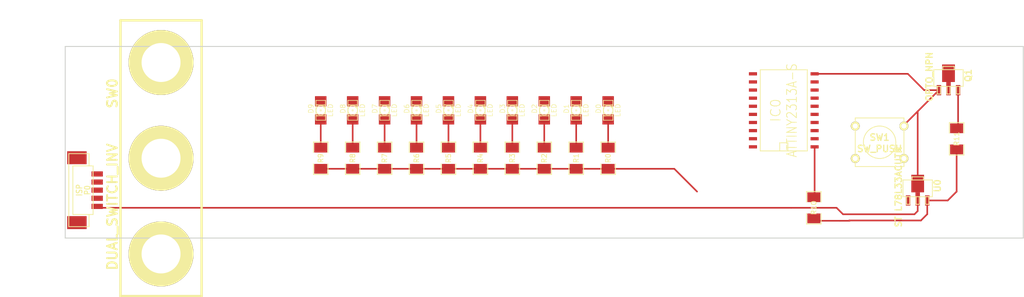
<source format=kicad_pcb>
(kicad_pcb (version 3) (host pcbnew "(2013-may-18)-stable")

  (general
    (links 50)
    (no_connects 23)
    (area 139.541668 142.925001 300.075001 189.534501)
    (thickness 1.6)
    (drawings 6)
    (tracks 51)
    (zones 0)
    (modules 28)
    (nets 31)
  )

  (page A3)
  (layers
    (15 F.Cu signal)
    (0 B.Cu signal)
    (16 B.Adhes user)
    (17 F.Adhes user)
    (18 B.Paste user)
    (19 F.Paste user)
    (20 B.SilkS user)
    (21 F.SilkS user)
    (22 B.Mask user)
    (23 F.Mask user)
    (24 Dwgs.User user)
    (25 Cmts.User user)
    (26 Eco1.User user)
    (27 Eco2.User user)
    (28 Edge.Cuts user)
  )

  (setup
    (last_trace_width 0.254)
    (trace_clearance 0.254)
    (zone_clearance 0.508)
    (zone_45_only no)
    (trace_min 0.254)
    (segment_width 0.2)
    (edge_width 0.15)
    (via_size 0.889)
    (via_drill 0.635)
    (via_min_size 0.889)
    (via_min_drill 0.508)
    (uvia_size 0.508)
    (uvia_drill 0.127)
    (uvias_allowed no)
    (uvia_min_size 0.508)
    (uvia_min_drill 0.127)
    (pcb_text_width 0.3)
    (pcb_text_size 1 1)
    (mod_edge_width 0.15)
    (mod_text_size 1 1)
    (mod_text_width 0.15)
    (pad_size 1 1)
    (pad_drill 0.6)
    (pad_to_mask_clearance 0)
    (aux_axis_origin 0 0)
    (visible_elements FFFFFFBF)
    (pcbplotparams
      (layerselection 3178497)
      (usegerberextensions true)
      (excludeedgelayer true)
      (linewidth 0.150000)
      (plotframeref false)
      (viasonmask false)
      (mode 1)
      (useauxorigin false)
      (hpglpennumber 1)
      (hpglpenspeed 20)
      (hpglpendiameter 15)
      (hpglpenoverlay 2)
      (psnegative false)
      (psa4output false)
      (plotreference true)
      (plotvalue true)
      (plotothertext true)
      (plotinvisibletext false)
      (padsonsilk false)
      (subtractmaskfromsilk false)
      (outputformat 1)
      (mirror false)
      (drillshape 1)
      (scaleselection 1)
      (outputdirectory ""))
  )

  (net 0 "")
  (net 1 GND)
  (net 2 N-000001)
  (net 3 N-0000010)
  (net 4 N-0000011)
  (net 5 N-0000012)
  (net 6 N-0000013)
  (net 7 N-0000014)
  (net 8 N-0000015)
  (net 9 N-0000016)
  (net 10 N-0000017)
  (net 11 N-0000018)
  (net 12 N-0000019)
  (net 13 N-000002)
  (net 14 N-0000020)
  (net 15 N-0000021)
  (net 16 N-0000022)
  (net 17 N-0000023)
  (net 18 N-0000024)
  (net 19 N-0000025)
  (net 20 N-0000026)
  (net 21 N-0000027)
  (net 22 N-0000028)
  (net 23 N-0000029)
  (net 24 N-000003)
  (net 25 N-0000030)
  (net 26 N-0000032)
  (net 27 N-000004)
  (net 28 N-000005)
  (net 29 N-000007)
  (net 30 N-000008)

  (net_class Default "Dies ist die voreingestellte Netzklasse."
    (clearance 0.254)
    (trace_width 0.254)
    (via_dia 0.889)
    (via_drill 0.635)
    (uvia_dia 0.508)
    (uvia_drill 0.127)
    (add_net "")
    (add_net GND)
    (add_net N-000001)
    (add_net N-0000010)
    (add_net N-0000011)
    (add_net N-0000012)
    (add_net N-0000013)
    (add_net N-0000014)
    (add_net N-0000015)
    (add_net N-0000016)
    (add_net N-0000017)
    (add_net N-0000018)
    (add_net N-0000019)
    (add_net N-000002)
    (add_net N-0000020)
    (add_net N-0000021)
    (add_net N-0000022)
    (add_net N-0000023)
    (add_net N-0000024)
    (add_net N-0000025)
    (add_net N-0000026)
    (add_net N-0000027)
    (add_net N-0000028)
    (add_net N-0000029)
    (add_net N-000003)
    (add_net N-0000030)
    (add_net N-0000032)
    (add_net N-000004)
    (add_net N-000005)
    (add_net N-000007)
    (add_net N-000008)
  )

  (module SW_PUSH_SMALL (layer F.Cu) (tedit 46544DB3) (tstamp 5591A57F)
    (at 277.5 165)
    (path /559199CE)
    (fp_text reference SW1 (at 0 -0.762) (layer F.SilkS)
      (effects (font (size 1.016 1.016) (thickness 0.2032)))
    )
    (fp_text value SW_PUSH (at 0 1.016) (layer F.SilkS)
      (effects (font (size 1.016 1.016) (thickness 0.2032)))
    )
    (fp_circle (center 0 0) (end 0 -2.54) (layer F.SilkS) (width 0.127))
    (fp_line (start -3.81 -3.81) (end 3.81 -3.81) (layer F.SilkS) (width 0.127))
    (fp_line (start 3.81 -3.81) (end 3.81 3.81) (layer F.SilkS) (width 0.127))
    (fp_line (start 3.81 3.81) (end -3.81 3.81) (layer F.SilkS) (width 0.127))
    (fp_line (start -3.81 -3.81) (end -3.81 3.81) (layer F.SilkS) (width 0.127))
    (pad 1 thru_hole circle (at 3.81 -2.54) (size 1.397 1.397) (drill 0.8128)
      (layers *.Cu *.Mask F.SilkS)
      (net 1 GND)
    )
    (pad 2 thru_hole circle (at 3.81 2.54) (size 1.397 1.397) (drill 0.8128)
      (layers *.Cu *.Mask F.SilkS)
      (net 30 N-000008)
    )
    (pad 1 thru_hole circle (at -3.81 -2.54) (size 1.397 1.397) (drill 0.8128)
      (layers *.Cu *.Mask F.SilkS)
      (net 1 GND)
    )
    (pad 2 thru_hole circle (at -3.81 2.54) (size 1.397 1.397) (drill 0.8128)
      (layers *.Cu *.Mask F.SilkS)
      (net 30 N-000008)
    )
  )

  (module sot89 (layer F.Cu) (tedit 50BDE90B) (tstamp 5591A597)
    (at 288.29 154.94)
    (descr SOT89)
    (path /55918904)
    (attr smd)
    (fp_text reference Q1 (at 3.0988 -0.39878 90) (layer F.SilkS)
      (effects (font (size 1.00076 1.00076) (thickness 0.20066)))
    )
    (fp_text value OPTO_NPN (at -2.99974 -0.20066 90) (layer F.SilkS)
      (effects (font (size 1.00076 1.00076) (thickness 0.20066)))
    )
    (fp_line (start 1.2446 2.5019) (end 1.7526 2.5019) (layer F.SilkS) (width 0.127))
    (fp_line (start 1.7526 2.5019) (end 1.7526 1.3081) (layer F.SilkS) (width 0.127))
    (fp_line (start 1.2446 2.5019) (end 1.2446 1.3081) (layer F.SilkS) (width 0.127))
    (fp_line (start -0.254 2.5019) (end -0.254 1.3081) (layer F.SilkS) (width 0.127))
    (fp_line (start 0.254 2.5019) (end 0.254 1.3081) (layer F.SilkS) (width 0.127))
    (fp_line (start -0.254 2.5019) (end 0.254 2.5019) (layer F.SilkS) (width 0.127))
    (fp_line (start -1.7526 2.5019) (end -1.2446 2.5019) (layer F.SilkS) (width 0.127))
    (fp_line (start -1.2446 2.5019) (end -1.2446 1.3081) (layer F.SilkS) (width 0.127))
    (fp_line (start -1.7526 2.5019) (end -1.7526 1.3081) (layer F.SilkS) (width 0.127))
    (fp_line (start -0.9017 -1.8034) (end 0.9017 -1.8034) (layer F.SilkS) (width 0.127))
    (fp_line (start 0.9017 -1.8034) (end 0.9017 -1.3081) (layer F.SilkS) (width 0.127))
    (fp_line (start -0.9017 -1.8034) (end -0.9017 -1.3081) (layer F.SilkS) (width 0.127))
    (fp_line (start -2.2987 1.3081) (end -2.2987 -1.3081) (layer F.SilkS) (width 0.127))
    (fp_line (start -2.2987 -1.3081) (end 2.2987 -1.3081) (layer F.SilkS) (width 0.127))
    (fp_line (start 2.2987 -1.3081) (end 2.2987 1.3081) (layer F.SilkS) (width 0.127))
    (fp_line (start 2.2987 1.3081) (end -2.2987 1.3081) (layer F.SilkS) (width 0.127))
    (pad 1 smd rect (at -1.50114 1.89992) (size 0.70104 1.6002)
      (layers F.Cu F.Paste F.Mask)
      (net 1 GND)
    )
    (pad 2 smd rect (at 0 1.651) (size 0.70104 2.10058)
      (layers F.Cu F.Paste F.Mask)
    )
    (pad 3 smd rect (at 1.50114 1.89992) (size 0.70104 1.6002)
      (layers F.Cu F.Paste F.Mask)
      (net 29 N-000007)
    )
    (pad 2 smd rect (at 0 -0.7493) (size 1.99898 2.75082)
      (layers F.Cu F.Paste F.Mask)
    )
    (model smd/smd_transistors/sot89.wrl
      (at (xyz 0 0 0))
      (scale (xyz 1 1 1))
      (rotate (xyz 0 0 0))
    )
  )

  (module sot89 (layer F.Cu) (tedit 50BDE90B) (tstamp 5592CA8E)
    (at 283.464 172.212)
    (descr SOT89)
    (path /55918388)
    (attr smd)
    (fp_text reference U0 (at 3.0988 -0.39878 90) (layer F.SilkS)
      (effects (font (size 1.00076 1.00076) (thickness 0.20066)))
    )
    (fp_text value "ST L78L33ACUTR" (at -2.99974 -0.20066 90) (layer F.SilkS)
      (effects (font (size 1.00076 1.00076) (thickness 0.20066)))
    )
    (fp_line (start 1.2446 2.5019) (end 1.7526 2.5019) (layer F.SilkS) (width 0.127))
    (fp_line (start 1.7526 2.5019) (end 1.7526 1.3081) (layer F.SilkS) (width 0.127))
    (fp_line (start 1.2446 2.5019) (end 1.2446 1.3081) (layer F.SilkS) (width 0.127))
    (fp_line (start -0.254 2.5019) (end -0.254 1.3081) (layer F.SilkS) (width 0.127))
    (fp_line (start 0.254 2.5019) (end 0.254 1.3081) (layer F.SilkS) (width 0.127))
    (fp_line (start -0.254 2.5019) (end 0.254 2.5019) (layer F.SilkS) (width 0.127))
    (fp_line (start -1.7526 2.5019) (end -1.2446 2.5019) (layer F.SilkS) (width 0.127))
    (fp_line (start -1.2446 2.5019) (end -1.2446 1.3081) (layer F.SilkS) (width 0.127))
    (fp_line (start -1.7526 2.5019) (end -1.7526 1.3081) (layer F.SilkS) (width 0.127))
    (fp_line (start -0.9017 -1.8034) (end 0.9017 -1.8034) (layer F.SilkS) (width 0.127))
    (fp_line (start 0.9017 -1.8034) (end 0.9017 -1.3081) (layer F.SilkS) (width 0.127))
    (fp_line (start -0.9017 -1.8034) (end -0.9017 -1.3081) (layer F.SilkS) (width 0.127))
    (fp_line (start -2.2987 1.3081) (end -2.2987 -1.3081) (layer F.SilkS) (width 0.127))
    (fp_line (start -2.2987 -1.3081) (end 2.2987 -1.3081) (layer F.SilkS) (width 0.127))
    (fp_line (start 2.2987 -1.3081) (end 2.2987 1.3081) (layer F.SilkS) (width 0.127))
    (fp_line (start 2.2987 1.3081) (end -2.2987 1.3081) (layer F.SilkS) (width 0.127))
    (pad 1 smd rect (at -1.50114 1.89992) (size 0.70104 1.6002)
      (layers F.Cu F.Paste F.Mask)
    )
    (pad 2 smd rect (at 0 1.651) (size 0.70104 2.10058)
      (layers F.Cu F.Paste F.Mask)
      (net 1 GND)
    )
    (pad 3 smd rect (at 1.50114 1.89992) (size 0.70104 1.6002)
      (layers F.Cu F.Paste F.Mask)
      (net 26 N-0000032)
    )
    (pad 2 smd rect (at 0 -0.7493) (size 1.99898 2.75082)
      (layers F.Cu F.Paste F.Mask)
      (net 1 GND)
    )
    (model smd/smd_transistors/sot89.wrl
      (at (xyz 0 0 0))
      (scale (xyz 1 1 1))
      (rotate (xyz 0 0 0))
    )
  )

  (module SO20L (layer F.Cu) (tedit 42807090) (tstamp 5591A5CE)
    (at 262.5 160 90)
    (descr "Cms SOJ 20 pins large")
    (tags "CMS SOJ")
    (path /55917BCE)
    (attr smd)
    (fp_text reference IC0 (at 0 -1.27 90) (layer F.SilkS)
      (effects (font (size 1.524 1.524) (thickness 0.127)))
    )
    (fp_text value ATTINY2313A-S (at 0 1.27 90) (layer F.SilkS)
      (effects (font (size 1.524 1.27) (thickness 0.127)))
    )
    (fp_line (start 6.35 3.683) (end 6.35 -3.683) (layer F.SilkS) (width 0.127))
    (fp_line (start -6.35 -3.683) (end -6.35 3.683) (layer F.SilkS) (width 0.127))
    (fp_line (start 6.35 3.683) (end -6.35 3.683) (layer F.SilkS) (width 0.127))
    (fp_line (start -6.35 -3.683) (end 6.35 -3.683) (layer F.SilkS) (width 0.127))
    (fp_line (start -6.35 -0.635) (end -5.08 -0.635) (layer F.SilkS) (width 0.127))
    (fp_line (start -5.08 -0.635) (end -5.08 0.635) (layer F.SilkS) (width 0.127))
    (fp_line (start -5.08 0.635) (end -6.35 0.635) (layer F.SilkS) (width 0.127))
    (pad 11 smd rect (at 5.715 -4.826 90) (size 0.508 1.27)
      (layers F.Cu F.Paste F.Mask)
    )
    (pad 12 smd rect (at 4.445 -4.826 90) (size 0.508 1.27)
      (layers F.Cu F.Paste F.Mask)
      (net 7 N-0000014)
    )
    (pad 13 smd rect (at 3.175 -4.826 90) (size 0.508 1.27)
      (layers F.Cu F.Paste F.Mask)
      (net 24 N-000003)
    )
    (pad 14 smd rect (at 1.905 -4.826 90) (size 0.508 1.27)
      (layers F.Cu F.Paste F.Mask)
      (net 5 N-0000012)
    )
    (pad 15 smd rect (at 0.635 -4.826 90) (size 0.508 1.27)
      (layers F.Cu F.Paste F.Mask)
      (net 4 N-0000011)
    )
    (pad 16 smd rect (at -0.635 -4.826 90) (size 0.508 1.27)
      (layers F.Cu F.Paste F.Mask)
      (net 3 N-0000010)
    )
    (pad 17 smd rect (at -1.905 -4.826 90) (size 0.508 1.27)
      (layers F.Cu F.Paste F.Mask)
      (net 11 N-0000018)
    )
    (pad 18 smd rect (at -3.175 -4.826 90) (size 0.508 1.27)
      (layers F.Cu F.Paste F.Mask)
      (net 2 N-000001)
    )
    (pad 19 smd rect (at -4.445 -4.826 90) (size 0.508 1.27)
      (layers F.Cu F.Paste F.Mask)
      (net 28 N-000005)
    )
    (pad 20 smd rect (at -5.715 -4.826 90) (size 0.508 1.27)
      (layers F.Cu F.Paste F.Mask)
      (net 26 N-0000032)
    )
    (pad 1 smd rect (at -5.715 4.826 90) (size 0.508 1.27)
      (layers F.Cu F.Paste F.Mask)
      (net 27 N-000004)
    )
    (pad 2 smd rect (at -4.445 4.826 90) (size 0.508 1.27)
      (layers F.Cu F.Paste F.Mask)
      (net 13 N-000002)
    )
    (pad 3 smd rect (at -3.175 4.826 90) (size 0.508 1.27)
      (layers F.Cu F.Paste F.Mask)
      (net 8 N-0000015)
    )
    (pad 4 smd rect (at -1.905 4.826 90) (size 0.508 1.27)
      (layers F.Cu F.Paste F.Mask)
      (net 12 N-0000019)
    )
    (pad 5 smd rect (at -0.635 4.826 90) (size 0.508 1.27)
      (layers F.Cu F.Paste F.Mask)
      (net 14 N-0000020)
    )
    (pad 6 smd rect (at 0.635 4.826 90) (size 0.508 1.27)
      (layers F.Cu F.Paste F.Mask)
      (net 9 N-0000016)
    )
    (pad 7 smd rect (at 1.905 4.826 90) (size 0.508 1.27)
      (layers F.Cu F.Paste F.Mask)
      (net 6 N-0000013)
    )
    (pad 8 smd rect (at 3.175 4.826 90) (size 0.508 1.27)
      (layers F.Cu F.Paste F.Mask)
      (net 10 N-0000017)
    )
    (pad 9 smd rect (at 4.445 4.826 90) (size 0.508 1.27)
      (layers F.Cu F.Paste F.Mask)
      (net 30 N-000008)
    )
    (pad 10 smd rect (at 5.715 4.826 90) (size 0.508 1.27)
      (layers F.Cu F.Paste F.Mask)
      (net 1 GND)
    )
    (model smd/cms_so20.wrl
      (at (xyz 0 0 0))
      (scale (xyz 0.5 0.6 0.5))
      (rotate (xyz 0 0 0))
    )
  )

  (module SM1206 (layer F.Cu) (tedit 42806E24) (tstamp 5591A5DA)
    (at 205 167.5 270)
    (path /55917DF5)
    (attr smd)
    (fp_text reference R6 (at 0 0 270) (layer F.SilkS)
      (effects (font (size 0.762 0.762) (thickness 0.127)))
    )
    (fp_text value 40 (at 0 0 270) (layer F.SilkS) hide
      (effects (font (size 0.762 0.762) (thickness 0.127)))
    )
    (fp_line (start -2.54 -1.143) (end -2.54 1.143) (layer F.SilkS) (width 0.127))
    (fp_line (start -2.54 1.143) (end -0.889 1.143) (layer F.SilkS) (width 0.127))
    (fp_line (start 0.889 -1.143) (end 2.54 -1.143) (layer F.SilkS) (width 0.127))
    (fp_line (start 2.54 -1.143) (end 2.54 1.143) (layer F.SilkS) (width 0.127))
    (fp_line (start 2.54 1.143) (end 0.889 1.143) (layer F.SilkS) (width 0.127))
    (fp_line (start -0.889 -1.143) (end -2.54 -1.143) (layer F.SilkS) (width 0.127))
    (pad 1 smd rect (at -1.651 0 270) (size 1.524 2.032)
      (layers F.Cu F.Paste F.Mask)
      (net 18 N-0000024)
    )
    (pad 2 smd rect (at 1.651 0 270) (size 1.524 2.032)
      (layers F.Cu F.Paste F.Mask)
      (net 26 N-0000032)
    )
    (model smd/chip_cms.wrl
      (at (xyz 0 0 0))
      (scale (xyz 0.17 0.16 0.16))
      (rotate (xyz 0 0 0))
    )
  )

  (module SM1206 (layer F.Cu) (tedit 42806E24) (tstamp 5591A5E6)
    (at 289.56 164.465 90)
    (path /559189EF)
    (attr smd)
    (fp_text reference R11 (at 0 0 90) (layer F.SilkS)
      (effects (font (size 0.762 0.762) (thickness 0.127)))
    )
    (fp_text value R (at 0 0 90) (layer F.SilkS) hide
      (effects (font (size 0.762 0.762) (thickness 0.127)))
    )
    (fp_line (start -2.54 -1.143) (end -2.54 1.143) (layer F.SilkS) (width 0.127))
    (fp_line (start -2.54 1.143) (end -0.889 1.143) (layer F.SilkS) (width 0.127))
    (fp_line (start 0.889 -1.143) (end 2.54 -1.143) (layer F.SilkS) (width 0.127))
    (fp_line (start 2.54 -1.143) (end 2.54 1.143) (layer F.SilkS) (width 0.127))
    (fp_line (start 2.54 1.143) (end 0.889 1.143) (layer F.SilkS) (width 0.127))
    (fp_line (start -0.889 -1.143) (end -2.54 -1.143) (layer F.SilkS) (width 0.127))
    (pad 1 smd rect (at -1.651 0 90) (size 1.524 2.032)
      (layers F.Cu F.Paste F.Mask)
      (net 26 N-0000032)
    )
    (pad 2 smd rect (at 1.651 0 90) (size 1.524 2.032)
      (layers F.Cu F.Paste F.Mask)
      (net 29 N-000007)
    )
    (model smd/chip_cms.wrl
      (at (xyz 0 0 0))
      (scale (xyz 0.17 0.16 0.16))
      (rotate (xyz 0 0 0))
    )
  )

  (module SM1206 (layer F.Cu) (tedit 42806E24) (tstamp 5592CB43)
    (at 267.208 175.26 90)
    (path /559183A9)
    (attr smd)
    (fp_text reference R10 (at 0 0 90) (layer F.SilkS)
      (effects (font (size 0.762 0.762) (thickness 0.127)))
    )
    (fp_text value 1k (at 0 0 90) (layer F.SilkS) hide
      (effects (font (size 0.762 0.762) (thickness 0.127)))
    )
    (fp_line (start -2.54 -1.143) (end -2.54 1.143) (layer F.SilkS) (width 0.127))
    (fp_line (start -2.54 1.143) (end -0.889 1.143) (layer F.SilkS) (width 0.127))
    (fp_line (start 0.889 -1.143) (end 2.54 -1.143) (layer F.SilkS) (width 0.127))
    (fp_line (start 2.54 -1.143) (end 2.54 1.143) (layer F.SilkS) (width 0.127))
    (fp_line (start 2.54 1.143) (end 0.889 1.143) (layer F.SilkS) (width 0.127))
    (fp_line (start -0.889 -1.143) (end -2.54 -1.143) (layer F.SilkS) (width 0.127))
    (pad 1 smd rect (at -1.651 0 90) (size 1.524 2.032)
      (layers F.Cu F.Paste F.Mask)
      (net 26 N-0000032)
    )
    (pad 2 smd rect (at 1.651 0 90) (size 1.524 2.032)
      (layers F.Cu F.Paste F.Mask)
      (net 27 N-000004)
    )
    (model smd/chip_cms.wrl
      (at (xyz 0 0 0))
      (scale (xyz 0.17 0.16 0.16))
      (rotate (xyz 0 0 0))
    )
  )

  (module SM1206 (layer F.Cu) (tedit 42806E24) (tstamp 5591A5FE)
    (at 235 167.5 270)
    (path /55917E1F)
    (attr smd)
    (fp_text reference R0 (at 0 0 270) (layer F.SilkS)
      (effects (font (size 0.762 0.762) (thickness 0.127)))
    )
    (fp_text value 40 (at 0 0 270) (layer F.SilkS) hide
      (effects (font (size 0.762 0.762) (thickness 0.127)))
    )
    (fp_line (start -2.54 -1.143) (end -2.54 1.143) (layer F.SilkS) (width 0.127))
    (fp_line (start -2.54 1.143) (end -0.889 1.143) (layer F.SilkS) (width 0.127))
    (fp_line (start 0.889 -1.143) (end 2.54 -1.143) (layer F.SilkS) (width 0.127))
    (fp_line (start 2.54 -1.143) (end 2.54 1.143) (layer F.SilkS) (width 0.127))
    (fp_line (start 2.54 1.143) (end 0.889 1.143) (layer F.SilkS) (width 0.127))
    (fp_line (start -0.889 -1.143) (end -2.54 -1.143) (layer F.SilkS) (width 0.127))
    (pad 1 smd rect (at -1.651 0 270) (size 1.524 2.032)
      (layers F.Cu F.Paste F.Mask)
      (net 23 N-0000029)
    )
    (pad 2 smd rect (at 1.651 0 270) (size 1.524 2.032)
      (layers F.Cu F.Paste F.Mask)
      (net 26 N-0000032)
    )
    (model smd/chip_cms.wrl
      (at (xyz 0 0 0))
      (scale (xyz 0.17 0.16 0.16))
      (rotate (xyz 0 0 0))
    )
  )

  (module SM1206 (layer F.Cu) (tedit 42806E24) (tstamp 5591A60A)
    (at 230 167.5 270)
    (path /55917E19)
    (attr smd)
    (fp_text reference R1 (at 0 0 270) (layer F.SilkS)
      (effects (font (size 0.762 0.762) (thickness 0.127)))
    )
    (fp_text value 40 (at 0 0 270) (layer F.SilkS) hide
      (effects (font (size 0.762 0.762) (thickness 0.127)))
    )
    (fp_line (start -2.54 -1.143) (end -2.54 1.143) (layer F.SilkS) (width 0.127))
    (fp_line (start -2.54 1.143) (end -0.889 1.143) (layer F.SilkS) (width 0.127))
    (fp_line (start 0.889 -1.143) (end 2.54 -1.143) (layer F.SilkS) (width 0.127))
    (fp_line (start 2.54 -1.143) (end 2.54 1.143) (layer F.SilkS) (width 0.127))
    (fp_line (start 2.54 1.143) (end 0.889 1.143) (layer F.SilkS) (width 0.127))
    (fp_line (start -0.889 -1.143) (end -2.54 -1.143) (layer F.SilkS) (width 0.127))
    (pad 1 smd rect (at -1.651 0 270) (size 1.524 2.032)
      (layers F.Cu F.Paste F.Mask)
      (net 22 N-0000028)
    )
    (pad 2 smd rect (at 1.651 0 270) (size 1.524 2.032)
      (layers F.Cu F.Paste F.Mask)
      (net 26 N-0000032)
    )
    (model smd/chip_cms.wrl
      (at (xyz 0 0 0))
      (scale (xyz 0.17 0.16 0.16))
      (rotate (xyz 0 0 0))
    )
  )

  (module SM1206 (layer F.Cu) (tedit 42806E24) (tstamp 5591A616)
    (at 225 167.5 270)
    (path /55917E13)
    (attr smd)
    (fp_text reference R2 (at 0 0 270) (layer F.SilkS)
      (effects (font (size 0.762 0.762) (thickness 0.127)))
    )
    (fp_text value 40 (at 0 0 270) (layer F.SilkS) hide
      (effects (font (size 0.762 0.762) (thickness 0.127)))
    )
    (fp_line (start -2.54 -1.143) (end -2.54 1.143) (layer F.SilkS) (width 0.127))
    (fp_line (start -2.54 1.143) (end -0.889 1.143) (layer F.SilkS) (width 0.127))
    (fp_line (start 0.889 -1.143) (end 2.54 -1.143) (layer F.SilkS) (width 0.127))
    (fp_line (start 2.54 -1.143) (end 2.54 1.143) (layer F.SilkS) (width 0.127))
    (fp_line (start 2.54 1.143) (end 0.889 1.143) (layer F.SilkS) (width 0.127))
    (fp_line (start -0.889 -1.143) (end -2.54 -1.143) (layer F.SilkS) (width 0.127))
    (pad 1 smd rect (at -1.651 0 270) (size 1.524 2.032)
      (layers F.Cu F.Paste F.Mask)
      (net 21 N-0000027)
    )
    (pad 2 smd rect (at 1.651 0 270) (size 1.524 2.032)
      (layers F.Cu F.Paste F.Mask)
      (net 26 N-0000032)
    )
    (model smd/chip_cms.wrl
      (at (xyz 0 0 0))
      (scale (xyz 0.17 0.16 0.16))
      (rotate (xyz 0 0 0))
    )
  )

  (module SM1206 (layer F.Cu) (tedit 42806E24) (tstamp 5591A622)
    (at 220 167.5 270)
    (path /55917E0D)
    (attr smd)
    (fp_text reference R3 (at 0 0 270) (layer F.SilkS)
      (effects (font (size 0.762 0.762) (thickness 0.127)))
    )
    (fp_text value 40 (at 0 0 270) (layer F.SilkS) hide
      (effects (font (size 0.762 0.762) (thickness 0.127)))
    )
    (fp_line (start -2.54 -1.143) (end -2.54 1.143) (layer F.SilkS) (width 0.127))
    (fp_line (start -2.54 1.143) (end -0.889 1.143) (layer F.SilkS) (width 0.127))
    (fp_line (start 0.889 -1.143) (end 2.54 -1.143) (layer F.SilkS) (width 0.127))
    (fp_line (start 2.54 -1.143) (end 2.54 1.143) (layer F.SilkS) (width 0.127))
    (fp_line (start 2.54 1.143) (end 0.889 1.143) (layer F.SilkS) (width 0.127))
    (fp_line (start -0.889 -1.143) (end -2.54 -1.143) (layer F.SilkS) (width 0.127))
    (pad 1 smd rect (at -1.651 0 270) (size 1.524 2.032)
      (layers F.Cu F.Paste F.Mask)
      (net 15 N-0000021)
    )
    (pad 2 smd rect (at 1.651 0 270) (size 1.524 2.032)
      (layers F.Cu F.Paste F.Mask)
      (net 26 N-0000032)
    )
    (model smd/chip_cms.wrl
      (at (xyz 0 0 0))
      (scale (xyz 0.17 0.16 0.16))
      (rotate (xyz 0 0 0))
    )
  )

  (module SM1206 (layer F.Cu) (tedit 42806E24) (tstamp 5591A62E)
    (at 215 167.5 270)
    (path /55917E07)
    (attr smd)
    (fp_text reference R4 (at 0 0 270) (layer F.SilkS)
      (effects (font (size 0.762 0.762) (thickness 0.127)))
    )
    (fp_text value 40 (at 0 0 270) (layer F.SilkS) hide
      (effects (font (size 0.762 0.762) (thickness 0.127)))
    )
    (fp_line (start -2.54 -1.143) (end -2.54 1.143) (layer F.SilkS) (width 0.127))
    (fp_line (start -2.54 1.143) (end -0.889 1.143) (layer F.SilkS) (width 0.127))
    (fp_line (start 0.889 -1.143) (end 2.54 -1.143) (layer F.SilkS) (width 0.127))
    (fp_line (start 2.54 -1.143) (end 2.54 1.143) (layer F.SilkS) (width 0.127))
    (fp_line (start 2.54 1.143) (end 0.889 1.143) (layer F.SilkS) (width 0.127))
    (fp_line (start -0.889 -1.143) (end -2.54 -1.143) (layer F.SilkS) (width 0.127))
    (pad 1 smd rect (at -1.651 0 270) (size 1.524 2.032)
      (layers F.Cu F.Paste F.Mask)
      (net 25 N-0000030)
    )
    (pad 2 smd rect (at 1.651 0 270) (size 1.524 2.032)
      (layers F.Cu F.Paste F.Mask)
      (net 26 N-0000032)
    )
    (model smd/chip_cms.wrl
      (at (xyz 0 0 0))
      (scale (xyz 0.17 0.16 0.16))
      (rotate (xyz 0 0 0))
    )
  )

  (module SM1206 (layer F.Cu) (tedit 42806E24) (tstamp 5591A63A)
    (at 210 167.5 270)
    (path /55917E01)
    (attr smd)
    (fp_text reference R5 (at 0 0 270) (layer F.SilkS)
      (effects (font (size 0.762 0.762) (thickness 0.127)))
    )
    (fp_text value 40 (at 0 0 270) (layer F.SilkS) hide
      (effects (font (size 0.762 0.762) (thickness 0.127)))
    )
    (fp_line (start -2.54 -1.143) (end -2.54 1.143) (layer F.SilkS) (width 0.127))
    (fp_line (start -2.54 1.143) (end -0.889 1.143) (layer F.SilkS) (width 0.127))
    (fp_line (start 0.889 -1.143) (end 2.54 -1.143) (layer F.SilkS) (width 0.127))
    (fp_line (start 2.54 -1.143) (end 2.54 1.143) (layer F.SilkS) (width 0.127))
    (fp_line (start 2.54 1.143) (end 0.889 1.143) (layer F.SilkS) (width 0.127))
    (fp_line (start -0.889 -1.143) (end -2.54 -1.143) (layer F.SilkS) (width 0.127))
    (pad 1 smd rect (at -1.651 0 270) (size 1.524 2.032)
      (layers F.Cu F.Paste F.Mask)
      (net 19 N-0000025)
    )
    (pad 2 smd rect (at 1.651 0 270) (size 1.524 2.032)
      (layers F.Cu F.Paste F.Mask)
      (net 26 N-0000032)
    )
    (model smd/chip_cms.wrl
      (at (xyz 0 0 0))
      (scale (xyz 0.17 0.16 0.16))
      (rotate (xyz 0 0 0))
    )
  )

  (module SM1206 (layer F.Cu) (tedit 42806E24) (tstamp 5591A646)
    (at 200 167.5 270)
    (path /55917DEF)
    (attr smd)
    (fp_text reference R7 (at 0 0 270) (layer F.SilkS)
      (effects (font (size 0.762 0.762) (thickness 0.127)))
    )
    (fp_text value 40 (at 0 0 270) (layer F.SilkS) hide
      (effects (font (size 0.762 0.762) (thickness 0.127)))
    )
    (fp_line (start -2.54 -1.143) (end -2.54 1.143) (layer F.SilkS) (width 0.127))
    (fp_line (start -2.54 1.143) (end -0.889 1.143) (layer F.SilkS) (width 0.127))
    (fp_line (start 0.889 -1.143) (end 2.54 -1.143) (layer F.SilkS) (width 0.127))
    (fp_line (start 2.54 -1.143) (end 2.54 1.143) (layer F.SilkS) (width 0.127))
    (fp_line (start 2.54 1.143) (end 0.889 1.143) (layer F.SilkS) (width 0.127))
    (fp_line (start -0.889 -1.143) (end -2.54 -1.143) (layer F.SilkS) (width 0.127))
    (pad 1 smd rect (at -1.651 0 270) (size 1.524 2.032)
      (layers F.Cu F.Paste F.Mask)
      (net 17 N-0000023)
    )
    (pad 2 smd rect (at 1.651 0 270) (size 1.524 2.032)
      (layers F.Cu F.Paste F.Mask)
      (net 26 N-0000032)
    )
    (model smd/chip_cms.wrl
      (at (xyz 0 0 0))
      (scale (xyz 0.17 0.16 0.16))
      (rotate (xyz 0 0 0))
    )
  )

  (module SM1206 (layer F.Cu) (tedit 42806E24) (tstamp 5591A652)
    (at 195 167.5 270)
    (path /55917D18)
    (attr smd)
    (fp_text reference R8 (at 0 0 270) (layer F.SilkS)
      (effects (font (size 0.762 0.762) (thickness 0.127)))
    )
    (fp_text value 40 (at 0 0 270) (layer F.SilkS) hide
      (effects (font (size 0.762 0.762) (thickness 0.127)))
    )
    (fp_line (start -2.54 -1.143) (end -2.54 1.143) (layer F.SilkS) (width 0.127))
    (fp_line (start -2.54 1.143) (end -0.889 1.143) (layer F.SilkS) (width 0.127))
    (fp_line (start 0.889 -1.143) (end 2.54 -1.143) (layer F.SilkS) (width 0.127))
    (fp_line (start 2.54 -1.143) (end 2.54 1.143) (layer F.SilkS) (width 0.127))
    (fp_line (start 2.54 1.143) (end 0.889 1.143) (layer F.SilkS) (width 0.127))
    (fp_line (start -0.889 -1.143) (end -2.54 -1.143) (layer F.SilkS) (width 0.127))
    (pad 1 smd rect (at -1.651 0 270) (size 1.524 2.032)
      (layers F.Cu F.Paste F.Mask)
      (net 16 N-0000022)
    )
    (pad 2 smd rect (at 1.651 0 270) (size 1.524 2.032)
      (layers F.Cu F.Paste F.Mask)
      (net 26 N-0000032)
    )
    (model smd/chip_cms.wrl
      (at (xyz 0 0 0))
      (scale (xyz 0.17 0.16 0.16))
      (rotate (xyz 0 0 0))
    )
  )

  (module SM1206 (layer F.Cu) (tedit 42806E24) (tstamp 5591A65E)
    (at 190 167.5 270)
    (path /55917D08)
    (attr smd)
    (fp_text reference R9 (at 0 0 270) (layer F.SilkS)
      (effects (font (size 0.762 0.762) (thickness 0.127)))
    )
    (fp_text value 40 (at 0 0 270) (layer F.SilkS) hide
      (effects (font (size 0.762 0.762) (thickness 0.127)))
    )
    (fp_line (start -2.54 -1.143) (end -2.54 1.143) (layer F.SilkS) (width 0.127))
    (fp_line (start -2.54 1.143) (end -0.889 1.143) (layer F.SilkS) (width 0.127))
    (fp_line (start 0.889 -1.143) (end 2.54 -1.143) (layer F.SilkS) (width 0.127))
    (fp_line (start 2.54 -1.143) (end 2.54 1.143) (layer F.SilkS) (width 0.127))
    (fp_line (start 2.54 1.143) (end 0.889 1.143) (layer F.SilkS) (width 0.127))
    (fp_line (start -0.889 -1.143) (end -2.54 -1.143) (layer F.SilkS) (width 0.127))
    (pad 1 smd rect (at -1.651 0 270) (size 1.524 2.032)
      (layers F.Cu F.Paste F.Mask)
      (net 20 N-0000026)
    )
    (pad 2 smd rect (at 1.651 0 270) (size 1.524 2.032)
      (layers F.Cu F.Paste F.Mask)
      (net 26 N-0000032)
    )
    (model smd/chip_cms.wrl
      (at (xyz 0 0 0))
      (scale (xyz 0.17 0.16 0.16))
      (rotate (xyz 0 0 0))
    )
  )

  (module LED-1206 (layer F.Cu) (tedit 49BFA1FF) (tstamp 5591A688)
    (at 215 160 90)
    (descr "LED 1206 smd package")
    (tags "LED1206 SMD")
    (path /55917CD8)
    (attr smd)
    (fp_text reference D4 (at 0.254 -1.524 90) (layer F.SilkS)
      (effects (font (size 0.762 0.762) (thickness 0.0889)))
    )
    (fp_text value LED (at 0 1.524 90) (layer F.SilkS)
      (effects (font (size 0.762 0.762) (thickness 0.0889)))
    )
    (fp_line (start -0.09906 0.09906) (end 0.09906 0.09906) (layer F.SilkS) (width 0.06604))
    (fp_line (start 0.09906 0.09906) (end 0.09906 -0.09906) (layer F.SilkS) (width 0.06604))
    (fp_line (start -0.09906 -0.09906) (end 0.09906 -0.09906) (layer F.SilkS) (width 0.06604))
    (fp_line (start -0.09906 0.09906) (end -0.09906 -0.09906) (layer F.SilkS) (width 0.06604))
    (fp_line (start 0.44958 0.6985) (end 0.79756 0.6985) (layer F.SilkS) (width 0.06604))
    (fp_line (start 0.79756 0.6985) (end 0.79756 0.44958) (layer F.SilkS) (width 0.06604))
    (fp_line (start 0.44958 0.44958) (end 0.79756 0.44958) (layer F.SilkS) (width 0.06604))
    (fp_line (start 0.44958 0.6985) (end 0.44958 0.44958) (layer F.SilkS) (width 0.06604))
    (fp_line (start 0.79756 0.6985) (end 0.89916 0.6985) (layer F.SilkS) (width 0.06604))
    (fp_line (start 0.89916 0.6985) (end 0.89916 -0.49784) (layer F.SilkS) (width 0.06604))
    (fp_line (start 0.79756 -0.49784) (end 0.89916 -0.49784) (layer F.SilkS) (width 0.06604))
    (fp_line (start 0.79756 0.6985) (end 0.79756 -0.49784) (layer F.SilkS) (width 0.06604))
    (fp_line (start 0.79756 -0.54864) (end 0.89916 -0.54864) (layer F.SilkS) (width 0.06604))
    (fp_line (start 0.89916 -0.54864) (end 0.89916 -0.6985) (layer F.SilkS) (width 0.06604))
    (fp_line (start 0.79756 -0.6985) (end 0.89916 -0.6985) (layer F.SilkS) (width 0.06604))
    (fp_line (start 0.79756 -0.54864) (end 0.79756 -0.6985) (layer F.SilkS) (width 0.06604))
    (fp_line (start -0.89916 0.6985) (end -0.79756 0.6985) (layer F.SilkS) (width 0.06604))
    (fp_line (start -0.79756 0.6985) (end -0.79756 -0.49784) (layer F.SilkS) (width 0.06604))
    (fp_line (start -0.89916 -0.49784) (end -0.79756 -0.49784) (layer F.SilkS) (width 0.06604))
    (fp_line (start -0.89916 0.6985) (end -0.89916 -0.49784) (layer F.SilkS) (width 0.06604))
    (fp_line (start -0.89916 -0.54864) (end -0.79756 -0.54864) (layer F.SilkS) (width 0.06604))
    (fp_line (start -0.79756 -0.54864) (end -0.79756 -0.6985) (layer F.SilkS) (width 0.06604))
    (fp_line (start -0.89916 -0.6985) (end -0.79756 -0.6985) (layer F.SilkS) (width 0.06604))
    (fp_line (start -0.89916 -0.54864) (end -0.89916 -0.6985) (layer F.SilkS) (width 0.06604))
    (fp_line (start 0.44958 0.6985) (end 0.59944 0.6985) (layer F.SilkS) (width 0.06604))
    (fp_line (start 0.59944 0.6985) (end 0.59944 0.44958) (layer F.SilkS) (width 0.06604))
    (fp_line (start 0.44958 0.44958) (end 0.59944 0.44958) (layer F.SilkS) (width 0.06604))
    (fp_line (start 0.44958 0.6985) (end 0.44958 0.44958) (layer F.SilkS) (width 0.06604))
    (fp_line (start 1.5494 0.7493) (end -1.5494 0.7493) (layer F.SilkS) (width 0.1016))
    (fp_line (start -1.5494 0.7493) (end -1.5494 -0.7493) (layer F.SilkS) (width 0.1016))
    (fp_line (start -1.5494 -0.7493) (end 1.5494 -0.7493) (layer F.SilkS) (width 0.1016))
    (fp_line (start 1.5494 -0.7493) (end 1.5494 0.7493) (layer F.SilkS) (width 0.1016))
    (fp_arc (start 0 0) (end 0.54864 0.49784) (angle 95.4) (layer F.SilkS) (width 0.1016))
    (fp_arc (start 0 0) (end -0.54864 0.49784) (angle 84.5) (layer F.SilkS) (width 0.1016))
    (fp_arc (start 0 0) (end -0.54864 -0.49784) (angle 95.4) (layer F.SilkS) (width 0.1016))
    (fp_arc (start 0 0) (end 0.54864 -0.49784) (angle 84.5) (layer F.SilkS) (width 0.1016))
    (pad 1 smd rect (at -1.41986 0 90) (size 1.59766 1.80086)
      (layers F.Cu F.Paste F.Mask)
      (net 25 N-0000030)
    )
    (pad 2 smd rect (at 1.41986 0 90) (size 1.59766 1.80086)
      (layers F.Cu F.Paste F.Mask)
      (net 3 N-0000010)
    )
  )

  (module LED-1206 (layer F.Cu) (tedit 49BFA1FF) (tstamp 5591A6B2)
    (at 235 160 90)
    (descr "LED 1206 smd package")
    (tags "LED1206 SMD")
    (path /55917CC9)
    (attr smd)
    (fp_text reference D0 (at 0.254 -1.524 90) (layer F.SilkS)
      (effects (font (size 0.762 0.762) (thickness 0.0889)))
    )
    (fp_text value LED (at 0 1.524 90) (layer F.SilkS)
      (effects (font (size 0.762 0.762) (thickness 0.0889)))
    )
    (fp_line (start -0.09906 0.09906) (end 0.09906 0.09906) (layer F.SilkS) (width 0.06604))
    (fp_line (start 0.09906 0.09906) (end 0.09906 -0.09906) (layer F.SilkS) (width 0.06604))
    (fp_line (start -0.09906 -0.09906) (end 0.09906 -0.09906) (layer F.SilkS) (width 0.06604))
    (fp_line (start -0.09906 0.09906) (end -0.09906 -0.09906) (layer F.SilkS) (width 0.06604))
    (fp_line (start 0.44958 0.6985) (end 0.79756 0.6985) (layer F.SilkS) (width 0.06604))
    (fp_line (start 0.79756 0.6985) (end 0.79756 0.44958) (layer F.SilkS) (width 0.06604))
    (fp_line (start 0.44958 0.44958) (end 0.79756 0.44958) (layer F.SilkS) (width 0.06604))
    (fp_line (start 0.44958 0.6985) (end 0.44958 0.44958) (layer F.SilkS) (width 0.06604))
    (fp_line (start 0.79756 0.6985) (end 0.89916 0.6985) (layer F.SilkS) (width 0.06604))
    (fp_line (start 0.89916 0.6985) (end 0.89916 -0.49784) (layer F.SilkS) (width 0.06604))
    (fp_line (start 0.79756 -0.49784) (end 0.89916 -0.49784) (layer F.SilkS) (width 0.06604))
    (fp_line (start 0.79756 0.6985) (end 0.79756 -0.49784) (layer F.SilkS) (width 0.06604))
    (fp_line (start 0.79756 -0.54864) (end 0.89916 -0.54864) (layer F.SilkS) (width 0.06604))
    (fp_line (start 0.89916 -0.54864) (end 0.89916 -0.6985) (layer F.SilkS) (width 0.06604))
    (fp_line (start 0.79756 -0.6985) (end 0.89916 -0.6985) (layer F.SilkS) (width 0.06604))
    (fp_line (start 0.79756 -0.54864) (end 0.79756 -0.6985) (layer F.SilkS) (width 0.06604))
    (fp_line (start -0.89916 0.6985) (end -0.79756 0.6985) (layer F.SilkS) (width 0.06604))
    (fp_line (start -0.79756 0.6985) (end -0.79756 -0.49784) (layer F.SilkS) (width 0.06604))
    (fp_line (start -0.89916 -0.49784) (end -0.79756 -0.49784) (layer F.SilkS) (width 0.06604))
    (fp_line (start -0.89916 0.6985) (end -0.89916 -0.49784) (layer F.SilkS) (width 0.06604))
    (fp_line (start -0.89916 -0.54864) (end -0.79756 -0.54864) (layer F.SilkS) (width 0.06604))
    (fp_line (start -0.79756 -0.54864) (end -0.79756 -0.6985) (layer F.SilkS) (width 0.06604))
    (fp_line (start -0.89916 -0.6985) (end -0.79756 -0.6985) (layer F.SilkS) (width 0.06604))
    (fp_line (start -0.89916 -0.54864) (end -0.89916 -0.6985) (layer F.SilkS) (width 0.06604))
    (fp_line (start 0.44958 0.6985) (end 0.59944 0.6985) (layer F.SilkS) (width 0.06604))
    (fp_line (start 0.59944 0.6985) (end 0.59944 0.44958) (layer F.SilkS) (width 0.06604))
    (fp_line (start 0.44958 0.44958) (end 0.59944 0.44958) (layer F.SilkS) (width 0.06604))
    (fp_line (start 0.44958 0.6985) (end 0.44958 0.44958) (layer F.SilkS) (width 0.06604))
    (fp_line (start 1.5494 0.7493) (end -1.5494 0.7493) (layer F.SilkS) (width 0.1016))
    (fp_line (start -1.5494 0.7493) (end -1.5494 -0.7493) (layer F.SilkS) (width 0.1016))
    (fp_line (start -1.5494 -0.7493) (end 1.5494 -0.7493) (layer F.SilkS) (width 0.1016))
    (fp_line (start 1.5494 -0.7493) (end 1.5494 0.7493) (layer F.SilkS) (width 0.1016))
    (fp_arc (start 0 0) (end 0.54864 0.49784) (angle 95.4) (layer F.SilkS) (width 0.1016))
    (fp_arc (start 0 0) (end -0.54864 0.49784) (angle 84.5) (layer F.SilkS) (width 0.1016))
    (fp_arc (start 0 0) (end -0.54864 -0.49784) (angle 95.4) (layer F.SilkS) (width 0.1016))
    (fp_arc (start 0 0) (end 0.54864 -0.49784) (angle 84.5) (layer F.SilkS) (width 0.1016))
    (pad 1 smd rect (at -1.41986 0 90) (size 1.59766 1.80086)
      (layers F.Cu F.Paste F.Mask)
      (net 23 N-0000029)
    )
    (pad 2 smd rect (at 1.41986 0 90) (size 1.59766 1.80086)
      (layers F.Cu F.Paste F.Mask)
      (net 7 N-0000014)
    )
  )

  (module LED-1206 (layer F.Cu) (tedit 49BFA1FF) (tstamp 5591A6DC)
    (at 230 160 90)
    (descr "LED 1206 smd package")
    (tags "LED1206 SMD")
    (path /55917CBA)
    (attr smd)
    (fp_text reference D1 (at 0.254 -1.524 90) (layer F.SilkS)
      (effects (font (size 0.762 0.762) (thickness 0.0889)))
    )
    (fp_text value LED (at 0 1.524 90) (layer F.SilkS)
      (effects (font (size 0.762 0.762) (thickness 0.0889)))
    )
    (fp_line (start -0.09906 0.09906) (end 0.09906 0.09906) (layer F.SilkS) (width 0.06604))
    (fp_line (start 0.09906 0.09906) (end 0.09906 -0.09906) (layer F.SilkS) (width 0.06604))
    (fp_line (start -0.09906 -0.09906) (end 0.09906 -0.09906) (layer F.SilkS) (width 0.06604))
    (fp_line (start -0.09906 0.09906) (end -0.09906 -0.09906) (layer F.SilkS) (width 0.06604))
    (fp_line (start 0.44958 0.6985) (end 0.79756 0.6985) (layer F.SilkS) (width 0.06604))
    (fp_line (start 0.79756 0.6985) (end 0.79756 0.44958) (layer F.SilkS) (width 0.06604))
    (fp_line (start 0.44958 0.44958) (end 0.79756 0.44958) (layer F.SilkS) (width 0.06604))
    (fp_line (start 0.44958 0.6985) (end 0.44958 0.44958) (layer F.SilkS) (width 0.06604))
    (fp_line (start 0.79756 0.6985) (end 0.89916 0.6985) (layer F.SilkS) (width 0.06604))
    (fp_line (start 0.89916 0.6985) (end 0.89916 -0.49784) (layer F.SilkS) (width 0.06604))
    (fp_line (start 0.79756 -0.49784) (end 0.89916 -0.49784) (layer F.SilkS) (width 0.06604))
    (fp_line (start 0.79756 0.6985) (end 0.79756 -0.49784) (layer F.SilkS) (width 0.06604))
    (fp_line (start 0.79756 -0.54864) (end 0.89916 -0.54864) (layer F.SilkS) (width 0.06604))
    (fp_line (start 0.89916 -0.54864) (end 0.89916 -0.6985) (layer F.SilkS) (width 0.06604))
    (fp_line (start 0.79756 -0.6985) (end 0.89916 -0.6985) (layer F.SilkS) (width 0.06604))
    (fp_line (start 0.79756 -0.54864) (end 0.79756 -0.6985) (layer F.SilkS) (width 0.06604))
    (fp_line (start -0.89916 0.6985) (end -0.79756 0.6985) (layer F.SilkS) (width 0.06604))
    (fp_line (start -0.79756 0.6985) (end -0.79756 -0.49784) (layer F.SilkS) (width 0.06604))
    (fp_line (start -0.89916 -0.49784) (end -0.79756 -0.49784) (layer F.SilkS) (width 0.06604))
    (fp_line (start -0.89916 0.6985) (end -0.89916 -0.49784) (layer F.SilkS) (width 0.06604))
    (fp_line (start -0.89916 -0.54864) (end -0.79756 -0.54864) (layer F.SilkS) (width 0.06604))
    (fp_line (start -0.79756 -0.54864) (end -0.79756 -0.6985) (layer F.SilkS) (width 0.06604))
    (fp_line (start -0.89916 -0.6985) (end -0.79756 -0.6985) (layer F.SilkS) (width 0.06604))
    (fp_line (start -0.89916 -0.54864) (end -0.89916 -0.6985) (layer F.SilkS) (width 0.06604))
    (fp_line (start 0.44958 0.6985) (end 0.59944 0.6985) (layer F.SilkS) (width 0.06604))
    (fp_line (start 0.59944 0.6985) (end 0.59944 0.44958) (layer F.SilkS) (width 0.06604))
    (fp_line (start 0.44958 0.44958) (end 0.59944 0.44958) (layer F.SilkS) (width 0.06604))
    (fp_line (start 0.44958 0.6985) (end 0.44958 0.44958) (layer F.SilkS) (width 0.06604))
    (fp_line (start 1.5494 0.7493) (end -1.5494 0.7493) (layer F.SilkS) (width 0.1016))
    (fp_line (start -1.5494 0.7493) (end -1.5494 -0.7493) (layer F.SilkS) (width 0.1016))
    (fp_line (start -1.5494 -0.7493) (end 1.5494 -0.7493) (layer F.SilkS) (width 0.1016))
    (fp_line (start 1.5494 -0.7493) (end 1.5494 0.7493) (layer F.SilkS) (width 0.1016))
    (fp_arc (start 0 0) (end 0.54864 0.49784) (angle 95.4) (layer F.SilkS) (width 0.1016))
    (fp_arc (start 0 0) (end -0.54864 0.49784) (angle 84.5) (layer F.SilkS) (width 0.1016))
    (fp_arc (start 0 0) (end -0.54864 -0.49784) (angle 95.4) (layer F.SilkS) (width 0.1016))
    (fp_arc (start 0 0) (end 0.54864 -0.49784) (angle 84.5) (layer F.SilkS) (width 0.1016))
    (pad 1 smd rect (at -1.41986 0 90) (size 1.59766 1.80086)
      (layers F.Cu F.Paste F.Mask)
      (net 22 N-0000028)
    )
    (pad 2 smd rect (at 1.41986 0 90) (size 1.59766 1.80086)
      (layers F.Cu F.Paste F.Mask)
      (net 24 N-000003)
    )
  )

  (module LED-1206 (layer F.Cu) (tedit 49BFA1FF) (tstamp 5591A706)
    (at 225 160 90)
    (descr "LED 1206 smd package")
    (tags "LED1206 SMD")
    (path /55917CAB)
    (attr smd)
    (fp_text reference D2 (at 0.254 -1.524 90) (layer F.SilkS)
      (effects (font (size 0.762 0.762) (thickness 0.0889)))
    )
    (fp_text value LED (at 0 1.524 90) (layer F.SilkS)
      (effects (font (size 0.762 0.762) (thickness 0.0889)))
    )
    (fp_line (start -0.09906 0.09906) (end 0.09906 0.09906) (layer F.SilkS) (width 0.06604))
    (fp_line (start 0.09906 0.09906) (end 0.09906 -0.09906) (layer F.SilkS) (width 0.06604))
    (fp_line (start -0.09906 -0.09906) (end 0.09906 -0.09906) (layer F.SilkS) (width 0.06604))
    (fp_line (start -0.09906 0.09906) (end -0.09906 -0.09906) (layer F.SilkS) (width 0.06604))
    (fp_line (start 0.44958 0.6985) (end 0.79756 0.6985) (layer F.SilkS) (width 0.06604))
    (fp_line (start 0.79756 0.6985) (end 0.79756 0.44958) (layer F.SilkS) (width 0.06604))
    (fp_line (start 0.44958 0.44958) (end 0.79756 0.44958) (layer F.SilkS) (width 0.06604))
    (fp_line (start 0.44958 0.6985) (end 0.44958 0.44958) (layer F.SilkS) (width 0.06604))
    (fp_line (start 0.79756 0.6985) (end 0.89916 0.6985) (layer F.SilkS) (width 0.06604))
    (fp_line (start 0.89916 0.6985) (end 0.89916 -0.49784) (layer F.SilkS) (width 0.06604))
    (fp_line (start 0.79756 -0.49784) (end 0.89916 -0.49784) (layer F.SilkS) (width 0.06604))
    (fp_line (start 0.79756 0.6985) (end 0.79756 -0.49784) (layer F.SilkS) (width 0.06604))
    (fp_line (start 0.79756 -0.54864) (end 0.89916 -0.54864) (layer F.SilkS) (width 0.06604))
    (fp_line (start 0.89916 -0.54864) (end 0.89916 -0.6985) (layer F.SilkS) (width 0.06604))
    (fp_line (start 0.79756 -0.6985) (end 0.89916 -0.6985) (layer F.SilkS) (width 0.06604))
    (fp_line (start 0.79756 -0.54864) (end 0.79756 -0.6985) (layer F.SilkS) (width 0.06604))
    (fp_line (start -0.89916 0.6985) (end -0.79756 0.6985) (layer F.SilkS) (width 0.06604))
    (fp_line (start -0.79756 0.6985) (end -0.79756 -0.49784) (layer F.SilkS) (width 0.06604))
    (fp_line (start -0.89916 -0.49784) (end -0.79756 -0.49784) (layer F.SilkS) (width 0.06604))
    (fp_line (start -0.89916 0.6985) (end -0.89916 -0.49784) (layer F.SilkS) (width 0.06604))
    (fp_line (start -0.89916 -0.54864) (end -0.79756 -0.54864) (layer F.SilkS) (width 0.06604))
    (fp_line (start -0.79756 -0.54864) (end -0.79756 -0.6985) (layer F.SilkS) (width 0.06604))
    (fp_line (start -0.89916 -0.6985) (end -0.79756 -0.6985) (layer F.SilkS) (width 0.06604))
    (fp_line (start -0.89916 -0.54864) (end -0.89916 -0.6985) (layer F.SilkS) (width 0.06604))
    (fp_line (start 0.44958 0.6985) (end 0.59944 0.6985) (layer F.SilkS) (width 0.06604))
    (fp_line (start 0.59944 0.6985) (end 0.59944 0.44958) (layer F.SilkS) (width 0.06604))
    (fp_line (start 0.44958 0.44958) (end 0.59944 0.44958) (layer F.SilkS) (width 0.06604))
    (fp_line (start 0.44958 0.6985) (end 0.44958 0.44958) (layer F.SilkS) (width 0.06604))
    (fp_line (start 1.5494 0.7493) (end -1.5494 0.7493) (layer F.SilkS) (width 0.1016))
    (fp_line (start -1.5494 0.7493) (end -1.5494 -0.7493) (layer F.SilkS) (width 0.1016))
    (fp_line (start -1.5494 -0.7493) (end 1.5494 -0.7493) (layer F.SilkS) (width 0.1016))
    (fp_line (start 1.5494 -0.7493) (end 1.5494 0.7493) (layer F.SilkS) (width 0.1016))
    (fp_arc (start 0 0) (end 0.54864 0.49784) (angle 95.4) (layer F.SilkS) (width 0.1016))
    (fp_arc (start 0 0) (end -0.54864 0.49784) (angle 84.5) (layer F.SilkS) (width 0.1016))
    (fp_arc (start 0 0) (end -0.54864 -0.49784) (angle 95.4) (layer F.SilkS) (width 0.1016))
    (fp_arc (start 0 0) (end 0.54864 -0.49784) (angle 84.5) (layer F.SilkS) (width 0.1016))
    (pad 1 smd rect (at -1.41986 0 90) (size 1.59766 1.80086)
      (layers F.Cu F.Paste F.Mask)
      (net 21 N-0000027)
    )
    (pad 2 smd rect (at 1.41986 0 90) (size 1.59766 1.80086)
      (layers F.Cu F.Paste F.Mask)
      (net 5 N-0000012)
    )
  )

  (module LED-1206 (layer F.Cu) (tedit 49BFA1FF) (tstamp 5591A730)
    (at 220 160 90)
    (descr "LED 1206 smd package")
    (tags "LED1206 SMD")
    (path /55917C9C)
    (attr smd)
    (fp_text reference D3 (at 0.254 -1.524 90) (layer F.SilkS)
      (effects (font (size 0.762 0.762) (thickness 0.0889)))
    )
    (fp_text value LED (at 0 1.524 90) (layer F.SilkS)
      (effects (font (size 0.762 0.762) (thickness 0.0889)))
    )
    (fp_line (start -0.09906 0.09906) (end 0.09906 0.09906) (layer F.SilkS) (width 0.06604))
    (fp_line (start 0.09906 0.09906) (end 0.09906 -0.09906) (layer F.SilkS) (width 0.06604))
    (fp_line (start -0.09906 -0.09906) (end 0.09906 -0.09906) (layer F.SilkS) (width 0.06604))
    (fp_line (start -0.09906 0.09906) (end -0.09906 -0.09906) (layer F.SilkS) (width 0.06604))
    (fp_line (start 0.44958 0.6985) (end 0.79756 0.6985) (layer F.SilkS) (width 0.06604))
    (fp_line (start 0.79756 0.6985) (end 0.79756 0.44958) (layer F.SilkS) (width 0.06604))
    (fp_line (start 0.44958 0.44958) (end 0.79756 0.44958) (layer F.SilkS) (width 0.06604))
    (fp_line (start 0.44958 0.6985) (end 0.44958 0.44958) (layer F.SilkS) (width 0.06604))
    (fp_line (start 0.79756 0.6985) (end 0.89916 0.6985) (layer F.SilkS) (width 0.06604))
    (fp_line (start 0.89916 0.6985) (end 0.89916 -0.49784) (layer F.SilkS) (width 0.06604))
    (fp_line (start 0.79756 -0.49784) (end 0.89916 -0.49784) (layer F.SilkS) (width 0.06604))
    (fp_line (start 0.79756 0.6985) (end 0.79756 -0.49784) (layer F.SilkS) (width 0.06604))
    (fp_line (start 0.79756 -0.54864) (end 0.89916 -0.54864) (layer F.SilkS) (width 0.06604))
    (fp_line (start 0.89916 -0.54864) (end 0.89916 -0.6985) (layer F.SilkS) (width 0.06604))
    (fp_line (start 0.79756 -0.6985) (end 0.89916 -0.6985) (layer F.SilkS) (width 0.06604))
    (fp_line (start 0.79756 -0.54864) (end 0.79756 -0.6985) (layer F.SilkS) (width 0.06604))
    (fp_line (start -0.89916 0.6985) (end -0.79756 0.6985) (layer F.SilkS) (width 0.06604))
    (fp_line (start -0.79756 0.6985) (end -0.79756 -0.49784) (layer F.SilkS) (width 0.06604))
    (fp_line (start -0.89916 -0.49784) (end -0.79756 -0.49784) (layer F.SilkS) (width 0.06604))
    (fp_line (start -0.89916 0.6985) (end -0.89916 -0.49784) (layer F.SilkS) (width 0.06604))
    (fp_line (start -0.89916 -0.54864) (end -0.79756 -0.54864) (layer F.SilkS) (width 0.06604))
    (fp_line (start -0.79756 -0.54864) (end -0.79756 -0.6985) (layer F.SilkS) (width 0.06604))
    (fp_line (start -0.89916 -0.6985) (end -0.79756 -0.6985) (layer F.SilkS) (width 0.06604))
    (fp_line (start -0.89916 -0.54864) (end -0.89916 -0.6985) (layer F.SilkS) (width 0.06604))
    (fp_line (start 0.44958 0.6985) (end 0.59944 0.6985) (layer F.SilkS) (width 0.06604))
    (fp_line (start 0.59944 0.6985) (end 0.59944 0.44958) (layer F.SilkS) (width 0.06604))
    (fp_line (start 0.44958 0.44958) (end 0.59944 0.44958) (layer F.SilkS) (width 0.06604))
    (fp_line (start 0.44958 0.6985) (end 0.44958 0.44958) (layer F.SilkS) (width 0.06604))
    (fp_line (start 1.5494 0.7493) (end -1.5494 0.7493) (layer F.SilkS) (width 0.1016))
    (fp_line (start -1.5494 0.7493) (end -1.5494 -0.7493) (layer F.SilkS) (width 0.1016))
    (fp_line (start -1.5494 -0.7493) (end 1.5494 -0.7493) (layer F.SilkS) (width 0.1016))
    (fp_line (start 1.5494 -0.7493) (end 1.5494 0.7493) (layer F.SilkS) (width 0.1016))
    (fp_arc (start 0 0) (end 0.54864 0.49784) (angle 95.4) (layer F.SilkS) (width 0.1016))
    (fp_arc (start 0 0) (end -0.54864 0.49784) (angle 84.5) (layer F.SilkS) (width 0.1016))
    (fp_arc (start 0 0) (end -0.54864 -0.49784) (angle 95.4) (layer F.SilkS) (width 0.1016))
    (fp_arc (start 0 0) (end 0.54864 -0.49784) (angle 84.5) (layer F.SilkS) (width 0.1016))
    (pad 1 smd rect (at -1.41986 0 90) (size 1.59766 1.80086)
      (layers F.Cu F.Paste F.Mask)
      (net 15 N-0000021)
    )
    (pad 2 smd rect (at 1.41986 0 90) (size 1.59766 1.80086)
      (layers F.Cu F.Paste F.Mask)
      (net 4 N-0000011)
    )
  )

  (module LED-1206 (layer F.Cu) (tedit 49BFA1FF) (tstamp 5591A75A)
    (at 210 160 90)
    (descr "LED 1206 smd package")
    (tags "LED1206 SMD")
    (path /55917C8D)
    (attr smd)
    (fp_text reference D5 (at 0.254 -1.524 90) (layer F.SilkS)
      (effects (font (size 0.762 0.762) (thickness 0.0889)))
    )
    (fp_text value LED (at 0 1.524 90) (layer F.SilkS)
      (effects (font (size 0.762 0.762) (thickness 0.0889)))
    )
    (fp_line (start -0.09906 0.09906) (end 0.09906 0.09906) (layer F.SilkS) (width 0.06604))
    (fp_line (start 0.09906 0.09906) (end 0.09906 -0.09906) (layer F.SilkS) (width 0.06604))
    (fp_line (start -0.09906 -0.09906) (end 0.09906 -0.09906) (layer F.SilkS) (width 0.06604))
    (fp_line (start -0.09906 0.09906) (end -0.09906 -0.09906) (layer F.SilkS) (width 0.06604))
    (fp_line (start 0.44958 0.6985) (end 0.79756 0.6985) (layer F.SilkS) (width 0.06604))
    (fp_line (start 0.79756 0.6985) (end 0.79756 0.44958) (layer F.SilkS) (width 0.06604))
    (fp_line (start 0.44958 0.44958) (end 0.79756 0.44958) (layer F.SilkS) (width 0.06604))
    (fp_line (start 0.44958 0.6985) (end 0.44958 0.44958) (layer F.SilkS) (width 0.06604))
    (fp_line (start 0.79756 0.6985) (end 0.89916 0.6985) (layer F.SilkS) (width 0.06604))
    (fp_line (start 0.89916 0.6985) (end 0.89916 -0.49784) (layer F.SilkS) (width 0.06604))
    (fp_line (start 0.79756 -0.49784) (end 0.89916 -0.49784) (layer F.SilkS) (width 0.06604))
    (fp_line (start 0.79756 0.6985) (end 0.79756 -0.49784) (layer F.SilkS) (width 0.06604))
    (fp_line (start 0.79756 -0.54864) (end 0.89916 -0.54864) (layer F.SilkS) (width 0.06604))
    (fp_line (start 0.89916 -0.54864) (end 0.89916 -0.6985) (layer F.SilkS) (width 0.06604))
    (fp_line (start 0.79756 -0.6985) (end 0.89916 -0.6985) (layer F.SilkS) (width 0.06604))
    (fp_line (start 0.79756 -0.54864) (end 0.79756 -0.6985) (layer F.SilkS) (width 0.06604))
    (fp_line (start -0.89916 0.6985) (end -0.79756 0.6985) (layer F.SilkS) (width 0.06604))
    (fp_line (start -0.79756 0.6985) (end -0.79756 -0.49784) (layer F.SilkS) (width 0.06604))
    (fp_line (start -0.89916 -0.49784) (end -0.79756 -0.49784) (layer F.SilkS) (width 0.06604))
    (fp_line (start -0.89916 0.6985) (end -0.89916 -0.49784) (layer F.SilkS) (width 0.06604))
    (fp_line (start -0.89916 -0.54864) (end -0.79756 -0.54864) (layer F.SilkS) (width 0.06604))
    (fp_line (start -0.79756 -0.54864) (end -0.79756 -0.6985) (layer F.SilkS) (width 0.06604))
    (fp_line (start -0.89916 -0.6985) (end -0.79756 -0.6985) (layer F.SilkS) (width 0.06604))
    (fp_line (start -0.89916 -0.54864) (end -0.89916 -0.6985) (layer F.SilkS) (width 0.06604))
    (fp_line (start 0.44958 0.6985) (end 0.59944 0.6985) (layer F.SilkS) (width 0.06604))
    (fp_line (start 0.59944 0.6985) (end 0.59944 0.44958) (layer F.SilkS) (width 0.06604))
    (fp_line (start 0.44958 0.44958) (end 0.59944 0.44958) (layer F.SilkS) (width 0.06604))
    (fp_line (start 0.44958 0.6985) (end 0.44958 0.44958) (layer F.SilkS) (width 0.06604))
    (fp_line (start 1.5494 0.7493) (end -1.5494 0.7493) (layer F.SilkS) (width 0.1016))
    (fp_line (start -1.5494 0.7493) (end -1.5494 -0.7493) (layer F.SilkS) (width 0.1016))
    (fp_line (start -1.5494 -0.7493) (end 1.5494 -0.7493) (layer F.SilkS) (width 0.1016))
    (fp_line (start 1.5494 -0.7493) (end 1.5494 0.7493) (layer F.SilkS) (width 0.1016))
    (fp_arc (start 0 0) (end 0.54864 0.49784) (angle 95.4) (layer F.SilkS) (width 0.1016))
    (fp_arc (start 0 0) (end -0.54864 0.49784) (angle 84.5) (layer F.SilkS) (width 0.1016))
    (fp_arc (start 0 0) (end -0.54864 -0.49784) (angle 95.4) (layer F.SilkS) (width 0.1016))
    (fp_arc (start 0 0) (end 0.54864 -0.49784) (angle 84.5) (layer F.SilkS) (width 0.1016))
    (pad 1 smd rect (at -1.41986 0 90) (size 1.59766 1.80086)
      (layers F.Cu F.Paste F.Mask)
      (net 19 N-0000025)
    )
    (pad 2 smd rect (at 1.41986 0 90) (size 1.59766 1.80086)
      (layers F.Cu F.Paste F.Mask)
      (net 13 N-000002)
    )
  )

  (module LED-1206 (layer F.Cu) (tedit 49BFA1FF) (tstamp 5591A784)
    (at 205 160 90)
    (descr "LED 1206 smd package")
    (tags "LED1206 SMD")
    (path /55917C7E)
    (attr smd)
    (fp_text reference D6 (at 0.254 -1.524 90) (layer F.SilkS)
      (effects (font (size 0.762 0.762) (thickness 0.0889)))
    )
    (fp_text value LED (at 0 1.524 90) (layer F.SilkS)
      (effects (font (size 0.762 0.762) (thickness 0.0889)))
    )
    (fp_line (start -0.09906 0.09906) (end 0.09906 0.09906) (layer F.SilkS) (width 0.06604))
    (fp_line (start 0.09906 0.09906) (end 0.09906 -0.09906) (layer F.SilkS) (width 0.06604))
    (fp_line (start -0.09906 -0.09906) (end 0.09906 -0.09906) (layer F.SilkS) (width 0.06604))
    (fp_line (start -0.09906 0.09906) (end -0.09906 -0.09906) (layer F.SilkS) (width 0.06604))
    (fp_line (start 0.44958 0.6985) (end 0.79756 0.6985) (layer F.SilkS) (width 0.06604))
    (fp_line (start 0.79756 0.6985) (end 0.79756 0.44958) (layer F.SilkS) (width 0.06604))
    (fp_line (start 0.44958 0.44958) (end 0.79756 0.44958) (layer F.SilkS) (width 0.06604))
    (fp_line (start 0.44958 0.6985) (end 0.44958 0.44958) (layer F.SilkS) (width 0.06604))
    (fp_line (start 0.79756 0.6985) (end 0.89916 0.6985) (layer F.SilkS) (width 0.06604))
    (fp_line (start 0.89916 0.6985) (end 0.89916 -0.49784) (layer F.SilkS) (width 0.06604))
    (fp_line (start 0.79756 -0.49784) (end 0.89916 -0.49784) (layer F.SilkS) (width 0.06604))
    (fp_line (start 0.79756 0.6985) (end 0.79756 -0.49784) (layer F.SilkS) (width 0.06604))
    (fp_line (start 0.79756 -0.54864) (end 0.89916 -0.54864) (layer F.SilkS) (width 0.06604))
    (fp_line (start 0.89916 -0.54864) (end 0.89916 -0.6985) (layer F.SilkS) (width 0.06604))
    (fp_line (start 0.79756 -0.6985) (end 0.89916 -0.6985) (layer F.SilkS) (width 0.06604))
    (fp_line (start 0.79756 -0.54864) (end 0.79756 -0.6985) (layer F.SilkS) (width 0.06604))
    (fp_line (start -0.89916 0.6985) (end -0.79756 0.6985) (layer F.SilkS) (width 0.06604))
    (fp_line (start -0.79756 0.6985) (end -0.79756 -0.49784) (layer F.SilkS) (width 0.06604))
    (fp_line (start -0.89916 -0.49784) (end -0.79756 -0.49784) (layer F.SilkS) (width 0.06604))
    (fp_line (start -0.89916 0.6985) (end -0.89916 -0.49784) (layer F.SilkS) (width 0.06604))
    (fp_line (start -0.89916 -0.54864) (end -0.79756 -0.54864) (layer F.SilkS) (width 0.06604))
    (fp_line (start -0.79756 -0.54864) (end -0.79756 -0.6985) (layer F.SilkS) (width 0.06604))
    (fp_line (start -0.89916 -0.6985) (end -0.79756 -0.6985) (layer F.SilkS) (width 0.06604))
    (fp_line (start -0.89916 -0.54864) (end -0.89916 -0.6985) (layer F.SilkS) (width 0.06604))
    (fp_line (start 0.44958 0.6985) (end 0.59944 0.6985) (layer F.SilkS) (width 0.06604))
    (fp_line (start 0.59944 0.6985) (end 0.59944 0.44958) (layer F.SilkS) (width 0.06604))
    (fp_line (start 0.44958 0.44958) (end 0.59944 0.44958) (layer F.SilkS) (width 0.06604))
    (fp_line (start 0.44958 0.6985) (end 0.44958 0.44958) (layer F.SilkS) (width 0.06604))
    (fp_line (start 1.5494 0.7493) (end -1.5494 0.7493) (layer F.SilkS) (width 0.1016))
    (fp_line (start -1.5494 0.7493) (end -1.5494 -0.7493) (layer F.SilkS) (width 0.1016))
    (fp_line (start -1.5494 -0.7493) (end 1.5494 -0.7493) (layer F.SilkS) (width 0.1016))
    (fp_line (start 1.5494 -0.7493) (end 1.5494 0.7493) (layer F.SilkS) (width 0.1016))
    (fp_arc (start 0 0) (end 0.54864 0.49784) (angle 95.4) (layer F.SilkS) (width 0.1016))
    (fp_arc (start 0 0) (end -0.54864 0.49784) (angle 84.5) (layer F.SilkS) (width 0.1016))
    (fp_arc (start 0 0) (end -0.54864 -0.49784) (angle 95.4) (layer F.SilkS) (width 0.1016))
    (fp_arc (start 0 0) (end 0.54864 -0.49784) (angle 84.5) (layer F.SilkS) (width 0.1016))
    (pad 1 smd rect (at -1.41986 0 90) (size 1.59766 1.80086)
      (layers F.Cu F.Paste F.Mask)
      (net 18 N-0000024)
    )
    (pad 2 smd rect (at 1.41986 0 90) (size 1.59766 1.80086)
      (layers F.Cu F.Paste F.Mask)
      (net 8 N-0000015)
    )
  )

  (module LED-1206 (layer F.Cu) (tedit 49BFA1FF) (tstamp 5591A7AE)
    (at 200 160 90)
    (descr "LED 1206 smd package")
    (tags "LED1206 SMD")
    (path /55917C6F)
    (attr smd)
    (fp_text reference D7 (at 0.254 -1.524 90) (layer F.SilkS)
      (effects (font (size 0.762 0.762) (thickness 0.0889)))
    )
    (fp_text value LED (at 0 1.524 90) (layer F.SilkS)
      (effects (font (size 0.762 0.762) (thickness 0.0889)))
    )
    (fp_line (start -0.09906 0.09906) (end 0.09906 0.09906) (layer F.SilkS) (width 0.06604))
    (fp_line (start 0.09906 0.09906) (end 0.09906 -0.09906) (layer F.SilkS) (width 0.06604))
    (fp_line (start -0.09906 -0.09906) (end 0.09906 -0.09906) (layer F.SilkS) (width 0.06604))
    (fp_line (start -0.09906 0.09906) (end -0.09906 -0.09906) (layer F.SilkS) (width 0.06604))
    (fp_line (start 0.44958 0.6985) (end 0.79756 0.6985) (layer F.SilkS) (width 0.06604))
    (fp_line (start 0.79756 0.6985) (end 0.79756 0.44958) (layer F.SilkS) (width 0.06604))
    (fp_line (start 0.44958 0.44958) (end 0.79756 0.44958) (layer F.SilkS) (width 0.06604))
    (fp_line (start 0.44958 0.6985) (end 0.44958 0.44958) (layer F.SilkS) (width 0.06604))
    (fp_line (start 0.79756 0.6985) (end 0.89916 0.6985) (layer F.SilkS) (width 0.06604))
    (fp_line (start 0.89916 0.6985) (end 0.89916 -0.49784) (layer F.SilkS) (width 0.06604))
    (fp_line (start 0.79756 -0.49784) (end 0.89916 -0.49784) (layer F.SilkS) (width 0.06604))
    (fp_line (start 0.79756 0.6985) (end 0.79756 -0.49784) (layer F.SilkS) (width 0.06604))
    (fp_line (start 0.79756 -0.54864) (end 0.89916 -0.54864) (layer F.SilkS) (width 0.06604))
    (fp_line (start 0.89916 -0.54864) (end 0.89916 -0.6985) (layer F.SilkS) (width 0.06604))
    (fp_line (start 0.79756 -0.6985) (end 0.89916 -0.6985) (layer F.SilkS) (width 0.06604))
    (fp_line (start 0.79756 -0.54864) (end 0.79756 -0.6985) (layer F.SilkS) (width 0.06604))
    (fp_line (start -0.89916 0.6985) (end -0.79756 0.6985) (layer F.SilkS) (width 0.06604))
    (fp_line (start -0.79756 0.6985) (end -0.79756 -0.49784) (layer F.SilkS) (width 0.06604))
    (fp_line (start -0.89916 -0.49784) (end -0.79756 -0.49784) (layer F.SilkS) (width 0.06604))
    (fp_line (start -0.89916 0.6985) (end -0.89916 -0.49784) (layer F.SilkS) (width 0.06604))
    (fp_line (start -0.89916 -0.54864) (end -0.79756 -0.54864) (layer F.SilkS) (width 0.06604))
    (fp_line (start -0.79756 -0.54864) (end -0.79756 -0.6985) (layer F.SilkS) (width 0.06604))
    (fp_line (start -0.89916 -0.6985) (end -0.79756 -0.6985) (layer F.SilkS) (width 0.06604))
    (fp_line (start -0.89916 -0.54864) (end -0.89916 -0.6985) (layer F.SilkS) (width 0.06604))
    (fp_line (start 0.44958 0.6985) (end 0.59944 0.6985) (layer F.SilkS) (width 0.06604))
    (fp_line (start 0.59944 0.6985) (end 0.59944 0.44958) (layer F.SilkS) (width 0.06604))
    (fp_line (start 0.44958 0.44958) (end 0.59944 0.44958) (layer F.SilkS) (width 0.06604))
    (fp_line (start 0.44958 0.6985) (end 0.44958 0.44958) (layer F.SilkS) (width 0.06604))
    (fp_line (start 1.5494 0.7493) (end -1.5494 0.7493) (layer F.SilkS) (width 0.1016))
    (fp_line (start -1.5494 0.7493) (end -1.5494 -0.7493) (layer F.SilkS) (width 0.1016))
    (fp_line (start -1.5494 -0.7493) (end 1.5494 -0.7493) (layer F.SilkS) (width 0.1016))
    (fp_line (start 1.5494 -0.7493) (end 1.5494 0.7493) (layer F.SilkS) (width 0.1016))
    (fp_arc (start 0 0) (end 0.54864 0.49784) (angle 95.4) (layer F.SilkS) (width 0.1016))
    (fp_arc (start 0 0) (end -0.54864 0.49784) (angle 84.5) (layer F.SilkS) (width 0.1016))
    (fp_arc (start 0 0) (end -0.54864 -0.49784) (angle 95.4) (layer F.SilkS) (width 0.1016))
    (fp_arc (start 0 0) (end 0.54864 -0.49784) (angle 84.5) (layer F.SilkS) (width 0.1016))
    (pad 1 smd rect (at -1.41986 0 90) (size 1.59766 1.80086)
      (layers F.Cu F.Paste F.Mask)
      (net 17 N-0000023)
    )
    (pad 2 smd rect (at 1.41986 0 90) (size 1.59766 1.80086)
      (layers F.Cu F.Paste F.Mask)
      (net 9 N-0000016)
    )
  )

  (module LED-1206 (layer F.Cu) (tedit 49BFA1FF) (tstamp 5591A7D8)
    (at 195 160 90)
    (descr "LED 1206 smd package")
    (tags "LED1206 SMD")
    (path /55917C60)
    (attr smd)
    (fp_text reference D8 (at 0.254 -1.524 90) (layer F.SilkS)
      (effects (font (size 0.762 0.762) (thickness 0.0889)))
    )
    (fp_text value LED (at 0 1.524 90) (layer F.SilkS)
      (effects (font (size 0.762 0.762) (thickness 0.0889)))
    )
    (fp_line (start -0.09906 0.09906) (end 0.09906 0.09906) (layer F.SilkS) (width 0.06604))
    (fp_line (start 0.09906 0.09906) (end 0.09906 -0.09906) (layer F.SilkS) (width 0.06604))
    (fp_line (start -0.09906 -0.09906) (end 0.09906 -0.09906) (layer F.SilkS) (width 0.06604))
    (fp_line (start -0.09906 0.09906) (end -0.09906 -0.09906) (layer F.SilkS) (width 0.06604))
    (fp_line (start 0.44958 0.6985) (end 0.79756 0.6985) (layer F.SilkS) (width 0.06604))
    (fp_line (start 0.79756 0.6985) (end 0.79756 0.44958) (layer F.SilkS) (width 0.06604))
    (fp_line (start 0.44958 0.44958) (end 0.79756 0.44958) (layer F.SilkS) (width 0.06604))
    (fp_line (start 0.44958 0.6985) (end 0.44958 0.44958) (layer F.SilkS) (width 0.06604))
    (fp_line (start 0.79756 0.6985) (end 0.89916 0.6985) (layer F.SilkS) (width 0.06604))
    (fp_line (start 0.89916 0.6985) (end 0.89916 -0.49784) (layer F.SilkS) (width 0.06604))
    (fp_line (start 0.79756 -0.49784) (end 0.89916 -0.49784) (layer F.SilkS) (width 0.06604))
    (fp_line (start 0.79756 0.6985) (end 0.79756 -0.49784) (layer F.SilkS) (width 0.06604))
    (fp_line (start 0.79756 -0.54864) (end 0.89916 -0.54864) (layer F.SilkS) (width 0.06604))
    (fp_line (start 0.89916 -0.54864) (end 0.89916 -0.6985) (layer F.SilkS) (width 0.06604))
    (fp_line (start 0.79756 -0.6985) (end 0.89916 -0.6985) (layer F.SilkS) (width 0.06604))
    (fp_line (start 0.79756 -0.54864) (end 0.79756 -0.6985) (layer F.SilkS) (width 0.06604))
    (fp_line (start -0.89916 0.6985) (end -0.79756 0.6985) (layer F.SilkS) (width 0.06604))
    (fp_line (start -0.79756 0.6985) (end -0.79756 -0.49784) (layer F.SilkS) (width 0.06604))
    (fp_line (start -0.89916 -0.49784) (end -0.79756 -0.49784) (layer F.SilkS) (width 0.06604))
    (fp_line (start -0.89916 0.6985) (end -0.89916 -0.49784) (layer F.SilkS) (width 0.06604))
    (fp_line (start -0.89916 -0.54864) (end -0.79756 -0.54864) (layer F.SilkS) (width 0.06604))
    (fp_line (start -0.79756 -0.54864) (end -0.79756 -0.6985) (layer F.SilkS) (width 0.06604))
    (fp_line (start -0.89916 -0.6985) (end -0.79756 -0.6985) (layer F.SilkS) (width 0.06604))
    (fp_line (start -0.89916 -0.54864) (end -0.89916 -0.6985) (layer F.SilkS) (width 0.06604))
    (fp_line (start 0.44958 0.6985) (end 0.59944 0.6985) (layer F.SilkS) (width 0.06604))
    (fp_line (start 0.59944 0.6985) (end 0.59944 0.44958) (layer F.SilkS) (width 0.06604))
    (fp_line (start 0.44958 0.44958) (end 0.59944 0.44958) (layer F.SilkS) (width 0.06604))
    (fp_line (start 0.44958 0.6985) (end 0.44958 0.44958) (layer F.SilkS) (width 0.06604))
    (fp_line (start 1.5494 0.7493) (end -1.5494 0.7493) (layer F.SilkS) (width 0.1016))
    (fp_line (start -1.5494 0.7493) (end -1.5494 -0.7493) (layer F.SilkS) (width 0.1016))
    (fp_line (start -1.5494 -0.7493) (end 1.5494 -0.7493) (layer F.SilkS) (width 0.1016))
    (fp_line (start 1.5494 -0.7493) (end 1.5494 0.7493) (layer F.SilkS) (width 0.1016))
    (fp_arc (start 0 0) (end 0.54864 0.49784) (angle 95.4) (layer F.SilkS) (width 0.1016))
    (fp_arc (start 0 0) (end -0.54864 0.49784) (angle 84.5) (layer F.SilkS) (width 0.1016))
    (fp_arc (start 0 0) (end -0.54864 -0.49784) (angle 95.4) (layer F.SilkS) (width 0.1016))
    (fp_arc (start 0 0) (end 0.54864 -0.49784) (angle 84.5) (layer F.SilkS) (width 0.1016))
    (pad 1 smd rect (at -1.41986 0 90) (size 1.59766 1.80086)
      (layers F.Cu F.Paste F.Mask)
      (net 16 N-0000022)
    )
    (pad 2 smd rect (at 1.41986 0 90) (size 1.59766 1.80086)
      (layers F.Cu F.Paste F.Mask)
      (net 6 N-0000013)
    )
  )

  (module LED-1206 (layer F.Cu) (tedit 49BFA1FF) (tstamp 5591A802)
    (at 190 160 90)
    (descr "LED 1206 smd package")
    (tags "LED1206 SMD")
    (path /55917C4C)
    (attr smd)
    (fp_text reference D9 (at 0.254 -1.524 90) (layer F.SilkS)
      (effects (font (size 0.762 0.762) (thickness 0.0889)))
    )
    (fp_text value LED (at 0 1.524 90) (layer F.SilkS)
      (effects (font (size 0.762 0.762) (thickness 0.0889)))
    )
    (fp_line (start -0.09906 0.09906) (end 0.09906 0.09906) (layer F.SilkS) (width 0.06604))
    (fp_line (start 0.09906 0.09906) (end 0.09906 -0.09906) (layer F.SilkS) (width 0.06604))
    (fp_line (start -0.09906 -0.09906) (end 0.09906 -0.09906) (layer F.SilkS) (width 0.06604))
    (fp_line (start -0.09906 0.09906) (end -0.09906 -0.09906) (layer F.SilkS) (width 0.06604))
    (fp_line (start 0.44958 0.6985) (end 0.79756 0.6985) (layer F.SilkS) (width 0.06604))
    (fp_line (start 0.79756 0.6985) (end 0.79756 0.44958) (layer F.SilkS) (width 0.06604))
    (fp_line (start 0.44958 0.44958) (end 0.79756 0.44958) (layer F.SilkS) (width 0.06604))
    (fp_line (start 0.44958 0.6985) (end 0.44958 0.44958) (layer F.SilkS) (width 0.06604))
    (fp_line (start 0.79756 0.6985) (end 0.89916 0.6985) (layer F.SilkS) (width 0.06604))
    (fp_line (start 0.89916 0.6985) (end 0.89916 -0.49784) (layer F.SilkS) (width 0.06604))
    (fp_line (start 0.79756 -0.49784) (end 0.89916 -0.49784) (layer F.SilkS) (width 0.06604))
    (fp_line (start 0.79756 0.6985) (end 0.79756 -0.49784) (layer F.SilkS) (width 0.06604))
    (fp_line (start 0.79756 -0.54864) (end 0.89916 -0.54864) (layer F.SilkS) (width 0.06604))
    (fp_line (start 0.89916 -0.54864) (end 0.89916 -0.6985) (layer F.SilkS) (width 0.06604))
    (fp_line (start 0.79756 -0.6985) (end 0.89916 -0.6985) (layer F.SilkS) (width 0.06604))
    (fp_line (start 0.79756 -0.54864) (end 0.79756 -0.6985) (layer F.SilkS) (width 0.06604))
    (fp_line (start -0.89916 0.6985) (end -0.79756 0.6985) (layer F.SilkS) (width 0.06604))
    (fp_line (start -0.79756 0.6985) (end -0.79756 -0.49784) (layer F.SilkS) (width 0.06604))
    (fp_line (start -0.89916 -0.49784) (end -0.79756 -0.49784) (layer F.SilkS) (width 0.06604))
    (fp_line (start -0.89916 0.6985) (end -0.89916 -0.49784) (layer F.SilkS) (width 0.06604))
    (fp_line (start -0.89916 -0.54864) (end -0.79756 -0.54864) (layer F.SilkS) (width 0.06604))
    (fp_line (start -0.79756 -0.54864) (end -0.79756 -0.6985) (layer F.SilkS) (width 0.06604))
    (fp_line (start -0.89916 -0.6985) (end -0.79756 -0.6985) (layer F.SilkS) (width 0.06604))
    (fp_line (start -0.89916 -0.54864) (end -0.89916 -0.6985) (layer F.SilkS) (width 0.06604))
    (fp_line (start 0.44958 0.6985) (end 0.59944 0.6985) (layer F.SilkS) (width 0.06604))
    (fp_line (start 0.59944 0.6985) (end 0.59944 0.44958) (layer F.SilkS) (width 0.06604))
    (fp_line (start 0.44958 0.44958) (end 0.59944 0.44958) (layer F.SilkS) (width 0.06604))
    (fp_line (start 0.44958 0.6985) (end 0.44958 0.44958) (layer F.SilkS) (width 0.06604))
    (fp_line (start 1.5494 0.7493) (end -1.5494 0.7493) (layer F.SilkS) (width 0.1016))
    (fp_line (start -1.5494 0.7493) (end -1.5494 -0.7493) (layer F.SilkS) (width 0.1016))
    (fp_line (start -1.5494 -0.7493) (end 1.5494 -0.7493) (layer F.SilkS) (width 0.1016))
    (fp_line (start 1.5494 -0.7493) (end 1.5494 0.7493) (layer F.SilkS) (width 0.1016))
    (fp_arc (start 0 0) (end 0.54864 0.49784) (angle 95.4) (layer F.SilkS) (width 0.1016))
    (fp_arc (start 0 0) (end -0.54864 0.49784) (angle 84.5) (layer F.SilkS) (width 0.1016))
    (fp_arc (start 0 0) (end -0.54864 -0.49784) (angle 95.4) (layer F.SilkS) (width 0.1016))
    (fp_arc (start 0 0) (end 0.54864 -0.49784) (angle 84.5) (layer F.SilkS) (width 0.1016))
    (pad 1 smd rect (at -1.41986 0 90) (size 1.59766 1.80086)
      (layers F.Cu F.Paste F.Mask)
      (net 20 N-0000026)
    )
    (pad 2 smd rect (at 1.41986 0 90) (size 1.59766 1.80086)
      (layers F.Cu F.Paste F.Mask)
      (net 10 N-0000017)
    )
  )

  (module CONN5_SMD (layer F.Cu) (tedit 4280A327) (tstamp 5591A818)
    (at 155 172.5 270)
    (path /55918681)
    (attr smd)
    (fp_text reference P0 (at 0 1.524 270) (layer F.SilkS)
      (effects (font (size 0.889 0.762) (thickness 0.1524)))
    )
    (fp_text value ISP (at 0 2.794 270) (layer F.SilkS)
      (effects (font (size 0.889 0.762) (thickness 0.1524)))
    )
    (fp_line (start 3.81 1.27) (end 3.81 3.81) (layer F.SilkS) (width 0.127))
    (fp_line (start 3.81 3.81) (end -3.81 3.81) (layer F.SilkS) (width 0.127))
    (fp_line (start -3.81 3.81) (end -3.81 1.27) (layer F.SilkS) (width 0.127))
    (fp_line (start 5.715 4.445) (end -5.715 4.445) (layer F.SilkS) (width 0.127))
    (fp_line (start -5.715 4.445) (end -5.715 1.27) (layer F.SilkS) (width 0.127))
    (fp_line (start -5.715 1.27) (end -3.81 1.27) (layer F.SilkS) (width 0.127))
    (fp_line (start -3.81 1.27) (end -3.81 0.635) (layer F.SilkS) (width 0.127))
    (fp_line (start -3.81 0.635) (end 3.81 0.635) (layer F.SilkS) (width 0.127))
    (fp_line (start 3.81 0.635) (end 3.81 1.27) (layer F.SilkS) (width 0.127))
    (fp_line (start 3.81 1.27) (end 5.715 1.27) (layer F.SilkS) (width 0.127))
    (fp_line (start 5.715 4.445) (end 5.715 1.27) (layer F.SilkS) (width 0.127))
    (pad 3 smd rect (at 0 0 270) (size 0.8128 1.778)
      (layers F.Cu F.Paste F.Mask)
      (net 2 N-000001)
    )
    (pad 2 smd rect (at -1.27 0 270) (size 0.8128 1.778)
      (layers F.Cu F.Paste F.Mask)
      (net 11 N-0000018)
    )
    (pad 1 smd rect (at -2.54 0 270) (size 0.8128 1.778)
      (layers F.Cu F.Paste F.Mask)
      (net 27 N-000004)
    )
    (pad "" smd rect (at 5.08 3.175 270) (size 2.032 3.048)
      (layers F.Cu F.Paste F.Mask)
    )
    (pad "" smd rect (at -5.08 3.175 270) (size 2.032 3.048)
      (layers F.Cu F.Paste F.Mask)
    )
    (pad 4 smd rect (at 1.27 0 270) (size 0.8128 1.778)
      (layers F.Cu F.Paste F.Mask)
      (net 28 N-000005)
    )
    (pad 5 smd rect (at 2.54 0 270) (size 0.8128 1.778)
      (layers F.Cu F.Paste F.Mask)
      (net 1 GND)
    )
    (model smd/conn5_smd.wrl
      (at (xyz 0 -0.14 0))
      (scale (xyz 0.4 0.4 0.4))
      (rotate (xyz 0 0 0))
    )
  )

  (module 3PIN_6mm (layer F.Cu) (tedit 200000) (tstamp 5591A823)
    (at 165 167.5 90)
    (descr "module 2 pin (trou 6 mm)")
    (tags DEV)
    (path /559180EC)
    (fp_text reference SW0 (at 10.16 -7.62 90) (layer F.SilkS)
      (effects (font (size 1.524 1.524) (thickness 0.3048)))
    )
    (fp_text value DUAL_SWITCH_INV (at -7.62 -7.62 90) (layer F.SilkS)
      (effects (font (size 1.524 1.524) (thickness 0.3048)))
    )
    (fp_line (start -21.59 -6.35) (end 21.59 -6.35) (layer F.SilkS) (width 0.381))
    (fp_line (start 21.59 -6.35) (end 21.59 6.35) (layer F.SilkS) (width 0.381))
    (fp_line (start 21.59 6.35) (end -21.59 6.35) (layer F.SilkS) (width 0.381))
    (fp_line (start -21.59 6.35) (end -21.59 -6.35) (layer F.SilkS) (width 0.381))
    (pad 1 thru_hole circle (at -14.986 0 90) (size 10.16 10.16) (drill 6.096)
      (layers *.Cu *.Mask F.SilkS)
      (net 12 N-0000019)
    )
    (pad 3 thru_hole circle (at 14.986 0 90) (size 10.16 10.16) (drill 6.096)
      (layers *.Cu *.Mask F.SilkS)
      (net 14 N-0000020)
    )
    (pad 2 thru_hole circle (at 0 0 90) (size 10.16 10.16) (drill 6.096)
      (layers *.Cu *.Mask F.SilkS)
      (net 1 GND)
    )
    (model "device/douille_4mm(black).wrl"
      (at (xyz 0 0 0))
      (scale (xyz 1.8 1.8 1.8))
      (rotate (xyz 0 0 0))
    )
    (model "device/douille_4mm(red).wrl"
      (at (xyz -0.59 0 0))
      (scale (xyz 1.8 1.8 1.8))
      (rotate (xyz 0 0 0))
    )
    (model "device/douille_4mm(green).wrl"
      (at (xyz 0.59 0 0))
      (scale (xyz 1.8 1.8 1.8))
      (rotate (xyz 0 0 0))
    )
  )

  (dimension 30 (width 0.25) (layer Dwgs.User)
    (gr_text "30,000 mm" (at 144.000001 165 270) (layer Dwgs.User)
      (effects (font (size 1 1) (thickness 0.25)))
    )
    (feature1 (pts (xy 150 180) (xy 143.000001 180)))
    (feature2 (pts (xy 150 150) (xy 143.000001 150)))
    (crossbar (pts (xy 145.000001 150) (xy 145.000001 180)))
    (arrow1a (pts (xy 145.000001 180) (xy 144.413581 178.873497)))
    (arrow1b (pts (xy 145.000001 180) (xy 145.586421 178.873497)))
    (arrow2a (pts (xy 145.000001 150) (xy 144.413581 151.126503)))
    (arrow2b (pts (xy 145.000001 150) (xy 145.586421 151.126503)))
  )
  (dimension 150 (width 0.25) (layer Dwgs.User)
    (gr_text "150,000 mm" (at 225 144.000001) (layer Dwgs.User)
      (effects (font (size 1 1) (thickness 0.25)))
    )
    (feature1 (pts (xy 300 150) (xy 300 143.000001)))
    (feature2 (pts (xy 150 150) (xy 150 143.000001)))
    (crossbar (pts (xy 150 145.000001) (xy 300 145.000001)))
    (arrow1a (pts (xy 300 145.000001) (xy 298.873497 145.586421)))
    (arrow1b (pts (xy 300 145.000001) (xy 298.873497 144.413581)))
    (arrow2a (pts (xy 150 145.000001) (xy 151.126503 145.586421)))
    (arrow2b (pts (xy 150 145.000001) (xy 151.126503 144.413581)))
  )
  (gr_line (start 150 150) (end 150 180) (angle 90) (layer Edge.Cuts) (width 0.15))
  (gr_line (start 300 150) (end 150 150) (angle 90) (layer Edge.Cuts) (width 0.15))
  (gr_line (start 300 180) (end 300 150) (angle 90) (layer Edge.Cuts) (width 0.15))
  (gr_line (start 150 180) (end 300 180) (angle 90) (layer Edge.Cuts) (width 0.15))

  (segment (start 155 175.04) (end 155.228 175.04) (width 0.254) (layer F.Cu) (net 1) (status C00000))
  (segment (start 155.448 175.26) (end 156.972 175.26) (width 0.254) (layer F.Cu) (net 1) (tstamp 5592CBD0) (status 400000))
  (segment (start 155.228 175.04) (end 155.448 175.26) (width 0.254) (layer F.Cu) (net 1) (tstamp 5592CBCE) (status C00000))
  (segment (start 271.78 176.276) (end 270.764 175.26) (width 0.254) (layer F.Cu) (net 1) (tstamp 5592CBBC))
  (segment (start 270.764 175.26) (end 263.652 175.26) (width 0.254) (layer F.Cu) (net 1) (tstamp 5592CBBD))
  (segment (start 283.464 175.768) (end 283.464 173.863) (width 0.254) (layer F.Cu) (net 1) (status 800000))
  (segment (start 283.464 175.768) (end 282.956 176.276) (width 0.254) (layer F.Cu) (net 1) (tstamp 5592CBB9))
  (segment (start 282.956 176.276) (end 271.78 176.276) (width 0.254) (layer F.Cu) (net 1))
  (segment (start 156.972 175.26) (end 263.652 175.26) (width 0.254) (layer F.Cu) (net 1) (tstamp 5592CBD3))
  (segment (start 281.31 162.46) (end 281.31 162.31878) (width 0.254) (layer F.Cu) (net 1))
  (segment (start 281.31 162.31878) (end 283.464 160.16478) (width 0.254) (layer F.Cu) (net 1) (tstamp 5592CAC7))
  (segment (start 283.464 171.4627) (end 283.464 160.16478) (width 0.254) (layer F.Cu) (net 1))
  (segment (start 283.464 160.16478) (end 286.78886 156.83992) (width 0.254) (layer F.Cu) (net 1) (tstamp 5592CAB5))
  (segment (start 267.326 154.285) (end 281.92 154.285) (width 0.254) (layer F.Cu) (net 1))
  (segment (start 284.47492 156.83992) (end 286.78886 156.83992) (width 0.254) (layer F.Cu) (net 1) (tstamp 5592B328))
  (segment (start 281.92 154.285) (end 284.47492 156.83992) (width 0.254) (layer F.Cu) (net 1) (tstamp 5592B321))
  (segment (start 220 161.41986) (end 220 165.849) (width 0.254) (layer F.Cu) (net 15))
  (segment (start 195 161.41986) (end 195 165.849) (width 0.254) (layer F.Cu) (net 16))
  (segment (start 200 161.41986) (end 200 165.849) (width 0.254) (layer F.Cu) (net 17))
  (segment (start 205 161.41986) (end 205 165.849) (width 0.254) (layer F.Cu) (net 18))
  (segment (start 210 161.41986) (end 210 165.849) (width 0.254) (layer F.Cu) (net 19))
  (segment (start 190 161.41986) (end 190 165.849) (width 0.254) (layer F.Cu) (net 20))
  (segment (start 225 161.41986) (end 225 165.849) (width 0.254) (layer F.Cu) (net 21))
  (segment (start 230 161.41986) (end 230 165.849) (width 0.254) (layer F.Cu) (net 22))
  (segment (start 235 161.41986) (end 235 165.849) (width 0.254) (layer F.Cu) (net 23))
  (segment (start 215 161.41986) (end 215 165.849) (width 0.254) (layer F.Cu) (net 25))
  (segment (start 235 169.151) (end 245.351 169.151) (width 0.254) (layer F.Cu) (net 26) (status 400000))
  (segment (start 245.351 169.151) (end 248.92 172.72) (width 0.254) (layer F.Cu) (net 26) (tstamp 5592CBEF))
  (segment (start 267.208 176.911) (end 267.208 177.292) (width 0.254) (layer F.Cu) (net 26) (status 30))
  (segment (start 284.96514 176.25314) (end 283.972 177.24628) (width 0.254) (layer F.Cu) (net 26) (tstamp 5592CB6C))
  (segment (start 283.972 177.24628) (end 272.75028 177.24628) (width 0.254) (layer F.Cu) (net 26) (tstamp 5592CB6D))
  (segment (start 272.75028 177.24628) (end 272.796 177.292) (width 0.254) (layer F.Cu) (net 26) (tstamp 5592CB6E))
  (segment (start 284.96514 176.25314) (end 284.96514 174.11192) (width 0.254) (layer F.Cu) (net 26))
  (segment (start 271.272 177.292) (end 272.796 177.292) (width 0.254) (layer F.Cu) (net 26) (tstamp 5592CB7A))
  (segment (start 267.208 177.292) (end 271.272 177.292) (width 0.254) (layer F.Cu) (net 26) (tstamp 5592CB74) (status 10))
  (segment (start 284.96514 174.11192) (end 288.16808 174.11192) (width 0.254) (layer F.Cu) (net 26))
  (segment (start 289.56 172.72) (end 289.56 166.116) (width 0.254) (layer F.Cu) (net 26) (tstamp 5592CAAE))
  (segment (start 288.16808 174.11192) (end 289.56 172.72) (width 0.254) (layer F.Cu) (net 26) (tstamp 5592CAAC))
  (segment (start 215 169.151) (end 210 169.151) (width 0.254) (layer F.Cu) (net 26))
  (segment (start 215 169.151) (end 220 169.151) (width 0.254) (layer F.Cu) (net 26))
  (segment (start 220 169.151) (end 225 169.151) (width 0.254) (layer F.Cu) (net 26) (tstamp 5592B2F1))
  (segment (start 225 169.151) (end 230 169.151) (width 0.254) (layer F.Cu) (net 26) (tstamp 5592B2F3))
  (segment (start 230 169.151) (end 235 169.151) (width 0.254) (layer F.Cu) (net 26) (tstamp 5592B2F4))
  (segment (start 210 169.151) (end 205 169.151) (width 0.254) (layer F.Cu) (net 26))
  (segment (start 205 169.151) (end 200 169.151) (width 0.254) (layer F.Cu) (net 26) (tstamp 5592B2FC))
  (segment (start 200 169.151) (end 195 169.151) (width 0.254) (layer F.Cu) (net 26) (tstamp 5592B2FD))
  (segment (start 195 169.151) (end 190 169.151) (width 0.254) (layer F.Cu) (net 26) (tstamp 5592B2FE))
  (segment (start 267.326 165.715) (end 267.326 173.491) (width 0.254) (layer F.Cu) (net 27) (status 20))
  (segment (start 267.326 173.491) (end 267.208 173.609) (width 0.254) (layer F.Cu) (net 27) (tstamp 5592CB63) (status 30))
  (segment (start 289.79114 156.83992) (end 289.79114 162.58286) (width 0.254) (layer F.Cu) (net 29))
  (segment (start 289.79114 162.58286) (end 289.56 162.814) (width 0.254) (layer F.Cu) (net 29) (tstamp 5592B170))

)

</source>
